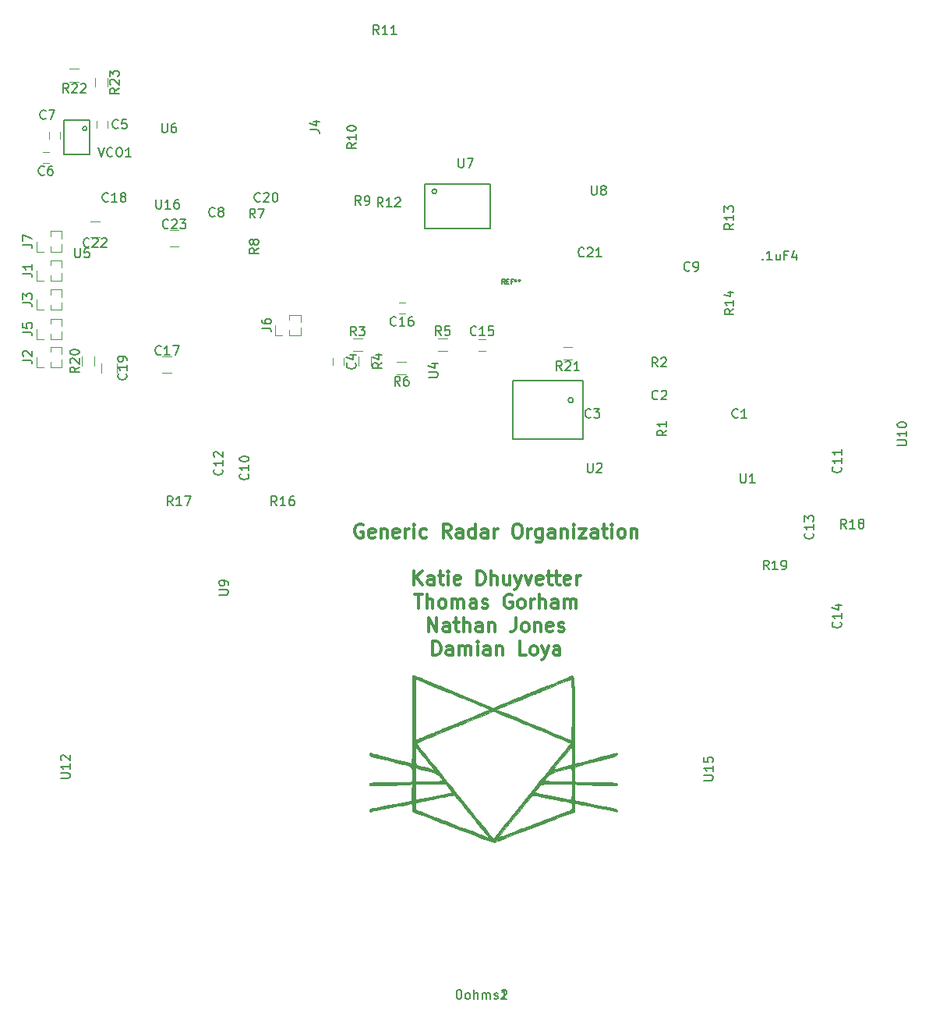
<source format=gto>
G04 #@! TF.FileFunction,Legend,Top*
%FSLAX46Y46*%
G04 Gerber Fmt 4.6, Leading zero omitted, Abs format (unit mm)*
G04 Created by KiCad (PCBNEW 4.0.7) date 11/10/17 16:01:10*
%MOMM*%
%LPD*%
G01*
G04 APERTURE LIST*
%ADD10C,0.100000*%
%ADD11C,0.300000*%
%ADD12C,0.150000*%
%ADD13C,0.120000*%
%ADD14C,0.010000*%
%ADD15C,0.127000*%
G04 APERTURE END LIST*
D10*
D11*
X119624700Y-111137400D02*
X119481843Y-111065971D01*
X119267557Y-111065971D01*
X119053272Y-111137400D01*
X118910414Y-111280257D01*
X118838986Y-111423114D01*
X118767557Y-111708829D01*
X118767557Y-111923114D01*
X118838986Y-112208829D01*
X118910414Y-112351686D01*
X119053272Y-112494543D01*
X119267557Y-112565971D01*
X119410414Y-112565971D01*
X119624700Y-112494543D01*
X119696129Y-112423114D01*
X119696129Y-111923114D01*
X119410414Y-111923114D01*
X120910414Y-112494543D02*
X120767557Y-112565971D01*
X120481843Y-112565971D01*
X120338986Y-112494543D01*
X120267557Y-112351686D01*
X120267557Y-111780257D01*
X120338986Y-111637400D01*
X120481843Y-111565971D01*
X120767557Y-111565971D01*
X120910414Y-111637400D01*
X120981843Y-111780257D01*
X120981843Y-111923114D01*
X120267557Y-112065971D01*
X121624700Y-111565971D02*
X121624700Y-112565971D01*
X121624700Y-111708829D02*
X121696128Y-111637400D01*
X121838986Y-111565971D01*
X122053271Y-111565971D01*
X122196128Y-111637400D01*
X122267557Y-111780257D01*
X122267557Y-112565971D01*
X123553271Y-112494543D02*
X123410414Y-112565971D01*
X123124700Y-112565971D01*
X122981843Y-112494543D01*
X122910414Y-112351686D01*
X122910414Y-111780257D01*
X122981843Y-111637400D01*
X123124700Y-111565971D01*
X123410414Y-111565971D01*
X123553271Y-111637400D01*
X123624700Y-111780257D01*
X123624700Y-111923114D01*
X122910414Y-112065971D01*
X124267557Y-112565971D02*
X124267557Y-111565971D01*
X124267557Y-111851686D02*
X124338985Y-111708829D01*
X124410414Y-111637400D01*
X124553271Y-111565971D01*
X124696128Y-111565971D01*
X125196128Y-112565971D02*
X125196128Y-111565971D01*
X125196128Y-111065971D02*
X125124699Y-111137400D01*
X125196128Y-111208829D01*
X125267556Y-111137400D01*
X125196128Y-111065971D01*
X125196128Y-111208829D01*
X126553271Y-112494543D02*
X126410414Y-112565971D01*
X126124700Y-112565971D01*
X125981842Y-112494543D01*
X125910414Y-112423114D01*
X125838985Y-112280257D01*
X125838985Y-111851686D01*
X125910414Y-111708829D01*
X125981842Y-111637400D01*
X126124700Y-111565971D01*
X126410414Y-111565971D01*
X126553271Y-111637400D01*
X129196128Y-112565971D02*
X128696128Y-111851686D01*
X128338985Y-112565971D02*
X128338985Y-111065971D01*
X128910413Y-111065971D01*
X129053271Y-111137400D01*
X129124699Y-111208829D01*
X129196128Y-111351686D01*
X129196128Y-111565971D01*
X129124699Y-111708829D01*
X129053271Y-111780257D01*
X128910413Y-111851686D01*
X128338985Y-111851686D01*
X130481842Y-112565971D02*
X130481842Y-111780257D01*
X130410413Y-111637400D01*
X130267556Y-111565971D01*
X129981842Y-111565971D01*
X129838985Y-111637400D01*
X130481842Y-112494543D02*
X130338985Y-112565971D01*
X129981842Y-112565971D01*
X129838985Y-112494543D01*
X129767556Y-112351686D01*
X129767556Y-112208829D01*
X129838985Y-112065971D01*
X129981842Y-111994543D01*
X130338985Y-111994543D01*
X130481842Y-111923114D01*
X131838985Y-112565971D02*
X131838985Y-111065971D01*
X131838985Y-112494543D02*
X131696128Y-112565971D01*
X131410414Y-112565971D01*
X131267556Y-112494543D01*
X131196128Y-112423114D01*
X131124699Y-112280257D01*
X131124699Y-111851686D01*
X131196128Y-111708829D01*
X131267556Y-111637400D01*
X131410414Y-111565971D01*
X131696128Y-111565971D01*
X131838985Y-111637400D01*
X133196128Y-112565971D02*
X133196128Y-111780257D01*
X133124699Y-111637400D01*
X132981842Y-111565971D01*
X132696128Y-111565971D01*
X132553271Y-111637400D01*
X133196128Y-112494543D02*
X133053271Y-112565971D01*
X132696128Y-112565971D01*
X132553271Y-112494543D01*
X132481842Y-112351686D01*
X132481842Y-112208829D01*
X132553271Y-112065971D01*
X132696128Y-111994543D01*
X133053271Y-111994543D01*
X133196128Y-111923114D01*
X133910414Y-112565971D02*
X133910414Y-111565971D01*
X133910414Y-111851686D02*
X133981842Y-111708829D01*
X134053271Y-111637400D01*
X134196128Y-111565971D01*
X134338985Y-111565971D01*
X136267556Y-111065971D02*
X136553270Y-111065971D01*
X136696128Y-111137400D01*
X136838985Y-111280257D01*
X136910413Y-111565971D01*
X136910413Y-112065971D01*
X136838985Y-112351686D01*
X136696128Y-112494543D01*
X136553270Y-112565971D01*
X136267556Y-112565971D01*
X136124699Y-112494543D01*
X135981842Y-112351686D01*
X135910413Y-112065971D01*
X135910413Y-111565971D01*
X135981842Y-111280257D01*
X136124699Y-111137400D01*
X136267556Y-111065971D01*
X137553271Y-112565971D02*
X137553271Y-111565971D01*
X137553271Y-111851686D02*
X137624699Y-111708829D01*
X137696128Y-111637400D01*
X137838985Y-111565971D01*
X137981842Y-111565971D01*
X139124699Y-111565971D02*
X139124699Y-112780257D01*
X139053270Y-112923114D01*
X138981842Y-112994543D01*
X138838985Y-113065971D01*
X138624699Y-113065971D01*
X138481842Y-112994543D01*
X139124699Y-112494543D02*
X138981842Y-112565971D01*
X138696128Y-112565971D01*
X138553270Y-112494543D01*
X138481842Y-112423114D01*
X138410413Y-112280257D01*
X138410413Y-111851686D01*
X138481842Y-111708829D01*
X138553270Y-111637400D01*
X138696128Y-111565971D01*
X138981842Y-111565971D01*
X139124699Y-111637400D01*
X140481842Y-112565971D02*
X140481842Y-111780257D01*
X140410413Y-111637400D01*
X140267556Y-111565971D01*
X139981842Y-111565971D01*
X139838985Y-111637400D01*
X140481842Y-112494543D02*
X140338985Y-112565971D01*
X139981842Y-112565971D01*
X139838985Y-112494543D01*
X139767556Y-112351686D01*
X139767556Y-112208829D01*
X139838985Y-112065971D01*
X139981842Y-111994543D01*
X140338985Y-111994543D01*
X140481842Y-111923114D01*
X141196128Y-111565971D02*
X141196128Y-112565971D01*
X141196128Y-111708829D02*
X141267556Y-111637400D01*
X141410414Y-111565971D01*
X141624699Y-111565971D01*
X141767556Y-111637400D01*
X141838985Y-111780257D01*
X141838985Y-112565971D01*
X142553271Y-112565971D02*
X142553271Y-111565971D01*
X142553271Y-111065971D02*
X142481842Y-111137400D01*
X142553271Y-111208829D01*
X142624699Y-111137400D01*
X142553271Y-111065971D01*
X142553271Y-111208829D01*
X143124700Y-111565971D02*
X143910414Y-111565971D01*
X143124700Y-112565971D01*
X143910414Y-112565971D01*
X145124700Y-112565971D02*
X145124700Y-111780257D01*
X145053271Y-111637400D01*
X144910414Y-111565971D01*
X144624700Y-111565971D01*
X144481843Y-111637400D01*
X145124700Y-112494543D02*
X144981843Y-112565971D01*
X144624700Y-112565971D01*
X144481843Y-112494543D01*
X144410414Y-112351686D01*
X144410414Y-112208829D01*
X144481843Y-112065971D01*
X144624700Y-111994543D01*
X144981843Y-111994543D01*
X145124700Y-111923114D01*
X145624700Y-111565971D02*
X146196129Y-111565971D01*
X145838986Y-111065971D02*
X145838986Y-112351686D01*
X145910414Y-112494543D01*
X146053272Y-112565971D01*
X146196129Y-112565971D01*
X146696129Y-112565971D02*
X146696129Y-111565971D01*
X146696129Y-111065971D02*
X146624700Y-111137400D01*
X146696129Y-111208829D01*
X146767557Y-111137400D01*
X146696129Y-111065971D01*
X146696129Y-111208829D01*
X147624701Y-112565971D02*
X147481843Y-112494543D01*
X147410415Y-112423114D01*
X147338986Y-112280257D01*
X147338986Y-111851686D01*
X147410415Y-111708829D01*
X147481843Y-111637400D01*
X147624701Y-111565971D01*
X147838986Y-111565971D01*
X147981843Y-111637400D01*
X148053272Y-111708829D01*
X148124701Y-111851686D01*
X148124701Y-112280257D01*
X148053272Y-112423114D01*
X147981843Y-112494543D01*
X147838986Y-112565971D01*
X147624701Y-112565971D01*
X148767558Y-111565971D02*
X148767558Y-112565971D01*
X148767558Y-111708829D02*
X148838986Y-111637400D01*
X148981844Y-111565971D01*
X149196129Y-111565971D01*
X149338986Y-111637400D01*
X149410415Y-111780257D01*
X149410415Y-112565971D01*
X125196129Y-117665971D02*
X125196129Y-116165971D01*
X126053272Y-117665971D02*
X125410415Y-116808829D01*
X126053272Y-116165971D02*
X125196129Y-117023114D01*
X127338986Y-117665971D02*
X127338986Y-116880257D01*
X127267557Y-116737400D01*
X127124700Y-116665971D01*
X126838986Y-116665971D01*
X126696129Y-116737400D01*
X127338986Y-117594543D02*
X127196129Y-117665971D01*
X126838986Y-117665971D01*
X126696129Y-117594543D01*
X126624700Y-117451686D01*
X126624700Y-117308829D01*
X126696129Y-117165971D01*
X126838986Y-117094543D01*
X127196129Y-117094543D01*
X127338986Y-117023114D01*
X127838986Y-116665971D02*
X128410415Y-116665971D01*
X128053272Y-116165971D02*
X128053272Y-117451686D01*
X128124700Y-117594543D01*
X128267558Y-117665971D01*
X128410415Y-117665971D01*
X128910415Y-117665971D02*
X128910415Y-116665971D01*
X128910415Y-116165971D02*
X128838986Y-116237400D01*
X128910415Y-116308829D01*
X128981843Y-116237400D01*
X128910415Y-116165971D01*
X128910415Y-116308829D01*
X130196129Y-117594543D02*
X130053272Y-117665971D01*
X129767558Y-117665971D01*
X129624701Y-117594543D01*
X129553272Y-117451686D01*
X129553272Y-116880257D01*
X129624701Y-116737400D01*
X129767558Y-116665971D01*
X130053272Y-116665971D01*
X130196129Y-116737400D01*
X130267558Y-116880257D01*
X130267558Y-117023114D01*
X129553272Y-117165971D01*
X132053272Y-117665971D02*
X132053272Y-116165971D01*
X132410415Y-116165971D01*
X132624700Y-116237400D01*
X132767558Y-116380257D01*
X132838986Y-116523114D01*
X132910415Y-116808829D01*
X132910415Y-117023114D01*
X132838986Y-117308829D01*
X132767558Y-117451686D01*
X132624700Y-117594543D01*
X132410415Y-117665971D01*
X132053272Y-117665971D01*
X133553272Y-117665971D02*
X133553272Y-116165971D01*
X134196129Y-117665971D02*
X134196129Y-116880257D01*
X134124700Y-116737400D01*
X133981843Y-116665971D01*
X133767558Y-116665971D01*
X133624700Y-116737400D01*
X133553272Y-116808829D01*
X135553272Y-116665971D02*
X135553272Y-117665971D01*
X134910415Y-116665971D02*
X134910415Y-117451686D01*
X134981843Y-117594543D01*
X135124701Y-117665971D01*
X135338986Y-117665971D01*
X135481843Y-117594543D01*
X135553272Y-117523114D01*
X136124701Y-116665971D02*
X136481844Y-117665971D01*
X136838986Y-116665971D02*
X136481844Y-117665971D01*
X136338986Y-118023114D01*
X136267558Y-118094543D01*
X136124701Y-118165971D01*
X137267558Y-116665971D02*
X137624701Y-117665971D01*
X137981843Y-116665971D01*
X139124700Y-117594543D02*
X138981843Y-117665971D01*
X138696129Y-117665971D01*
X138553272Y-117594543D01*
X138481843Y-117451686D01*
X138481843Y-116880257D01*
X138553272Y-116737400D01*
X138696129Y-116665971D01*
X138981843Y-116665971D01*
X139124700Y-116737400D01*
X139196129Y-116880257D01*
X139196129Y-117023114D01*
X138481843Y-117165971D01*
X139624700Y-116665971D02*
X140196129Y-116665971D01*
X139838986Y-116165971D02*
X139838986Y-117451686D01*
X139910414Y-117594543D01*
X140053272Y-117665971D01*
X140196129Y-117665971D01*
X140481843Y-116665971D02*
X141053272Y-116665971D01*
X140696129Y-116165971D02*
X140696129Y-117451686D01*
X140767557Y-117594543D01*
X140910415Y-117665971D01*
X141053272Y-117665971D01*
X142124700Y-117594543D02*
X141981843Y-117665971D01*
X141696129Y-117665971D01*
X141553272Y-117594543D01*
X141481843Y-117451686D01*
X141481843Y-116880257D01*
X141553272Y-116737400D01*
X141696129Y-116665971D01*
X141981843Y-116665971D01*
X142124700Y-116737400D01*
X142196129Y-116880257D01*
X142196129Y-117023114D01*
X141481843Y-117165971D01*
X142838986Y-117665971D02*
X142838986Y-116665971D01*
X142838986Y-116951686D02*
X142910414Y-116808829D01*
X142981843Y-116737400D01*
X143124700Y-116665971D01*
X143267557Y-116665971D01*
X125231843Y-118715971D02*
X126088986Y-118715971D01*
X125660415Y-120215971D02*
X125660415Y-118715971D01*
X126588986Y-120215971D02*
X126588986Y-118715971D01*
X127231843Y-120215971D02*
X127231843Y-119430257D01*
X127160414Y-119287400D01*
X127017557Y-119215971D01*
X126803272Y-119215971D01*
X126660414Y-119287400D01*
X126588986Y-119358829D01*
X128160415Y-120215971D02*
X128017557Y-120144543D01*
X127946129Y-120073114D01*
X127874700Y-119930257D01*
X127874700Y-119501686D01*
X127946129Y-119358829D01*
X128017557Y-119287400D01*
X128160415Y-119215971D01*
X128374700Y-119215971D01*
X128517557Y-119287400D01*
X128588986Y-119358829D01*
X128660415Y-119501686D01*
X128660415Y-119930257D01*
X128588986Y-120073114D01*
X128517557Y-120144543D01*
X128374700Y-120215971D01*
X128160415Y-120215971D01*
X129303272Y-120215971D02*
X129303272Y-119215971D01*
X129303272Y-119358829D02*
X129374700Y-119287400D01*
X129517558Y-119215971D01*
X129731843Y-119215971D01*
X129874700Y-119287400D01*
X129946129Y-119430257D01*
X129946129Y-120215971D01*
X129946129Y-119430257D02*
X130017558Y-119287400D01*
X130160415Y-119215971D01*
X130374700Y-119215971D01*
X130517558Y-119287400D01*
X130588986Y-119430257D01*
X130588986Y-120215971D01*
X131946129Y-120215971D02*
X131946129Y-119430257D01*
X131874700Y-119287400D01*
X131731843Y-119215971D01*
X131446129Y-119215971D01*
X131303272Y-119287400D01*
X131946129Y-120144543D02*
X131803272Y-120215971D01*
X131446129Y-120215971D01*
X131303272Y-120144543D01*
X131231843Y-120001686D01*
X131231843Y-119858829D01*
X131303272Y-119715971D01*
X131446129Y-119644543D01*
X131803272Y-119644543D01*
X131946129Y-119573114D01*
X132588986Y-120144543D02*
X132731843Y-120215971D01*
X133017558Y-120215971D01*
X133160415Y-120144543D01*
X133231843Y-120001686D01*
X133231843Y-119930257D01*
X133160415Y-119787400D01*
X133017558Y-119715971D01*
X132803272Y-119715971D01*
X132660415Y-119644543D01*
X132588986Y-119501686D01*
X132588986Y-119430257D01*
X132660415Y-119287400D01*
X132803272Y-119215971D01*
X133017558Y-119215971D01*
X133160415Y-119287400D01*
X135803272Y-118787400D02*
X135660415Y-118715971D01*
X135446129Y-118715971D01*
X135231844Y-118787400D01*
X135088986Y-118930257D01*
X135017558Y-119073114D01*
X134946129Y-119358829D01*
X134946129Y-119573114D01*
X135017558Y-119858829D01*
X135088986Y-120001686D01*
X135231844Y-120144543D01*
X135446129Y-120215971D01*
X135588986Y-120215971D01*
X135803272Y-120144543D01*
X135874701Y-120073114D01*
X135874701Y-119573114D01*
X135588986Y-119573114D01*
X136731844Y-120215971D02*
X136588986Y-120144543D01*
X136517558Y-120073114D01*
X136446129Y-119930257D01*
X136446129Y-119501686D01*
X136517558Y-119358829D01*
X136588986Y-119287400D01*
X136731844Y-119215971D01*
X136946129Y-119215971D01*
X137088986Y-119287400D01*
X137160415Y-119358829D01*
X137231844Y-119501686D01*
X137231844Y-119930257D01*
X137160415Y-120073114D01*
X137088986Y-120144543D01*
X136946129Y-120215971D01*
X136731844Y-120215971D01*
X137874701Y-120215971D02*
X137874701Y-119215971D01*
X137874701Y-119501686D02*
X137946129Y-119358829D01*
X138017558Y-119287400D01*
X138160415Y-119215971D01*
X138303272Y-119215971D01*
X138803272Y-120215971D02*
X138803272Y-118715971D01*
X139446129Y-120215971D02*
X139446129Y-119430257D01*
X139374700Y-119287400D01*
X139231843Y-119215971D01*
X139017558Y-119215971D01*
X138874700Y-119287400D01*
X138803272Y-119358829D01*
X140803272Y-120215971D02*
X140803272Y-119430257D01*
X140731843Y-119287400D01*
X140588986Y-119215971D01*
X140303272Y-119215971D01*
X140160415Y-119287400D01*
X140803272Y-120144543D02*
X140660415Y-120215971D01*
X140303272Y-120215971D01*
X140160415Y-120144543D01*
X140088986Y-120001686D01*
X140088986Y-119858829D01*
X140160415Y-119715971D01*
X140303272Y-119644543D01*
X140660415Y-119644543D01*
X140803272Y-119573114D01*
X141517558Y-120215971D02*
X141517558Y-119215971D01*
X141517558Y-119358829D02*
X141588986Y-119287400D01*
X141731844Y-119215971D01*
X141946129Y-119215971D01*
X142088986Y-119287400D01*
X142160415Y-119430257D01*
X142160415Y-120215971D01*
X142160415Y-119430257D02*
X142231844Y-119287400D01*
X142374701Y-119215971D01*
X142588986Y-119215971D01*
X142731844Y-119287400D01*
X142803272Y-119430257D01*
X142803272Y-120215971D01*
X126803271Y-122765971D02*
X126803271Y-121265971D01*
X127660414Y-122765971D01*
X127660414Y-121265971D01*
X129017557Y-122765971D02*
X129017557Y-121980257D01*
X128946128Y-121837400D01*
X128803271Y-121765971D01*
X128517557Y-121765971D01*
X128374700Y-121837400D01*
X129017557Y-122694543D02*
X128874700Y-122765971D01*
X128517557Y-122765971D01*
X128374700Y-122694543D01*
X128303271Y-122551686D01*
X128303271Y-122408829D01*
X128374700Y-122265971D01*
X128517557Y-122194543D01*
X128874700Y-122194543D01*
X129017557Y-122123114D01*
X129517557Y-121765971D02*
X130088986Y-121765971D01*
X129731843Y-121265971D02*
X129731843Y-122551686D01*
X129803271Y-122694543D01*
X129946129Y-122765971D01*
X130088986Y-122765971D01*
X130588986Y-122765971D02*
X130588986Y-121265971D01*
X131231843Y-122765971D02*
X131231843Y-121980257D01*
X131160414Y-121837400D01*
X131017557Y-121765971D01*
X130803272Y-121765971D01*
X130660414Y-121837400D01*
X130588986Y-121908829D01*
X132588986Y-122765971D02*
X132588986Y-121980257D01*
X132517557Y-121837400D01*
X132374700Y-121765971D01*
X132088986Y-121765971D01*
X131946129Y-121837400D01*
X132588986Y-122694543D02*
X132446129Y-122765971D01*
X132088986Y-122765971D01*
X131946129Y-122694543D01*
X131874700Y-122551686D01*
X131874700Y-122408829D01*
X131946129Y-122265971D01*
X132088986Y-122194543D01*
X132446129Y-122194543D01*
X132588986Y-122123114D01*
X133303272Y-121765971D02*
X133303272Y-122765971D01*
X133303272Y-121908829D02*
X133374700Y-121837400D01*
X133517558Y-121765971D01*
X133731843Y-121765971D01*
X133874700Y-121837400D01*
X133946129Y-121980257D01*
X133946129Y-122765971D01*
X136231843Y-121265971D02*
X136231843Y-122337400D01*
X136160415Y-122551686D01*
X136017558Y-122694543D01*
X135803272Y-122765971D01*
X135660415Y-122765971D01*
X137160415Y-122765971D02*
X137017557Y-122694543D01*
X136946129Y-122623114D01*
X136874700Y-122480257D01*
X136874700Y-122051686D01*
X136946129Y-121908829D01*
X137017557Y-121837400D01*
X137160415Y-121765971D01*
X137374700Y-121765971D01*
X137517557Y-121837400D01*
X137588986Y-121908829D01*
X137660415Y-122051686D01*
X137660415Y-122480257D01*
X137588986Y-122623114D01*
X137517557Y-122694543D01*
X137374700Y-122765971D01*
X137160415Y-122765971D01*
X138303272Y-121765971D02*
X138303272Y-122765971D01*
X138303272Y-121908829D02*
X138374700Y-121837400D01*
X138517558Y-121765971D01*
X138731843Y-121765971D01*
X138874700Y-121837400D01*
X138946129Y-121980257D01*
X138946129Y-122765971D01*
X140231843Y-122694543D02*
X140088986Y-122765971D01*
X139803272Y-122765971D01*
X139660415Y-122694543D01*
X139588986Y-122551686D01*
X139588986Y-121980257D01*
X139660415Y-121837400D01*
X139803272Y-121765971D01*
X140088986Y-121765971D01*
X140231843Y-121837400D01*
X140303272Y-121980257D01*
X140303272Y-122123114D01*
X139588986Y-122265971D01*
X140874700Y-122694543D02*
X141017557Y-122765971D01*
X141303272Y-122765971D01*
X141446129Y-122694543D01*
X141517557Y-122551686D01*
X141517557Y-122480257D01*
X141446129Y-122337400D01*
X141303272Y-122265971D01*
X141088986Y-122265971D01*
X140946129Y-122194543D01*
X140874700Y-122051686D01*
X140874700Y-121980257D01*
X140946129Y-121837400D01*
X141088986Y-121765971D01*
X141303272Y-121765971D01*
X141446129Y-121837400D01*
X127231843Y-125315971D02*
X127231843Y-123815971D01*
X127588986Y-123815971D01*
X127803271Y-123887400D01*
X127946129Y-124030257D01*
X128017557Y-124173114D01*
X128088986Y-124458829D01*
X128088986Y-124673114D01*
X128017557Y-124958829D01*
X127946129Y-125101686D01*
X127803271Y-125244543D01*
X127588986Y-125315971D01*
X127231843Y-125315971D01*
X129374700Y-125315971D02*
X129374700Y-124530257D01*
X129303271Y-124387400D01*
X129160414Y-124315971D01*
X128874700Y-124315971D01*
X128731843Y-124387400D01*
X129374700Y-125244543D02*
X129231843Y-125315971D01*
X128874700Y-125315971D01*
X128731843Y-125244543D01*
X128660414Y-125101686D01*
X128660414Y-124958829D01*
X128731843Y-124815971D01*
X128874700Y-124744543D01*
X129231843Y-124744543D01*
X129374700Y-124673114D01*
X130088986Y-125315971D02*
X130088986Y-124315971D01*
X130088986Y-124458829D02*
X130160414Y-124387400D01*
X130303272Y-124315971D01*
X130517557Y-124315971D01*
X130660414Y-124387400D01*
X130731843Y-124530257D01*
X130731843Y-125315971D01*
X130731843Y-124530257D02*
X130803272Y-124387400D01*
X130946129Y-124315971D01*
X131160414Y-124315971D01*
X131303272Y-124387400D01*
X131374700Y-124530257D01*
X131374700Y-125315971D01*
X132088986Y-125315971D02*
X132088986Y-124315971D01*
X132088986Y-123815971D02*
X132017557Y-123887400D01*
X132088986Y-123958829D01*
X132160414Y-123887400D01*
X132088986Y-123815971D01*
X132088986Y-123958829D01*
X133446129Y-125315971D02*
X133446129Y-124530257D01*
X133374700Y-124387400D01*
X133231843Y-124315971D01*
X132946129Y-124315971D01*
X132803272Y-124387400D01*
X133446129Y-125244543D02*
X133303272Y-125315971D01*
X132946129Y-125315971D01*
X132803272Y-125244543D01*
X132731843Y-125101686D01*
X132731843Y-124958829D01*
X132803272Y-124815971D01*
X132946129Y-124744543D01*
X133303272Y-124744543D01*
X133446129Y-124673114D01*
X134160415Y-124315971D02*
X134160415Y-125315971D01*
X134160415Y-124458829D02*
X134231843Y-124387400D01*
X134374701Y-124315971D01*
X134588986Y-124315971D01*
X134731843Y-124387400D01*
X134803272Y-124530257D01*
X134803272Y-125315971D01*
X137374701Y-125315971D02*
X136660415Y-125315971D01*
X136660415Y-123815971D01*
X138088987Y-125315971D02*
X137946129Y-125244543D01*
X137874701Y-125173114D01*
X137803272Y-125030257D01*
X137803272Y-124601686D01*
X137874701Y-124458829D01*
X137946129Y-124387400D01*
X138088987Y-124315971D01*
X138303272Y-124315971D01*
X138446129Y-124387400D01*
X138517558Y-124458829D01*
X138588987Y-124601686D01*
X138588987Y-125030257D01*
X138517558Y-125173114D01*
X138446129Y-125244543D01*
X138303272Y-125315971D01*
X138088987Y-125315971D01*
X139088987Y-124315971D02*
X139446130Y-125315971D01*
X139803272Y-124315971D02*
X139446130Y-125315971D01*
X139303272Y-125673114D01*
X139231844Y-125744543D01*
X139088987Y-125815971D01*
X141017558Y-125315971D02*
X141017558Y-124530257D01*
X140946129Y-124387400D01*
X140803272Y-124315971D01*
X140517558Y-124315971D01*
X140374701Y-124387400D01*
X141017558Y-125244543D02*
X140874701Y-125315971D01*
X140517558Y-125315971D01*
X140374701Y-125244543D01*
X140303272Y-125101686D01*
X140303272Y-124958829D01*
X140374701Y-124815971D01*
X140517558Y-124744543D01*
X140874701Y-124744543D01*
X141017558Y-124673114D01*
D12*
X89649785Y-68135500D02*
G75*
G03X89649785Y-68135500I-227185J0D01*
G01*
X89906600Y-67229100D02*
X87156600Y-67229100D01*
X87156600Y-67229100D02*
X87156600Y-70979100D01*
X87156600Y-70979100D02*
X89906600Y-70979100D01*
X89906600Y-70979100D02*
X89906600Y-67229100D01*
X127649600Y-74955400D02*
G75*
G03X127649600Y-74955400I-254000J0D01*
G01*
X126379600Y-74193400D02*
X133491600Y-74193400D01*
X133491600Y-74193400D02*
X133491600Y-79019400D01*
X133491600Y-79019400D02*
X126379600Y-79019400D01*
X126379600Y-79019400D02*
X126379600Y-74193400D01*
X142484352Y-97624900D02*
G75*
G03X142484352Y-97624900I-280552J0D01*
G01*
X143524600Y-101841300D02*
X139714600Y-101841300D01*
X135904600Y-98666300D02*
X135904600Y-95491300D01*
X135904600Y-95491300D02*
X139714600Y-95491300D01*
X139714600Y-95491300D02*
X143524600Y-95491300D01*
X143524600Y-95491300D02*
X143524600Y-101841300D01*
X143524600Y-101841300D02*
X139714600Y-101841300D01*
X139714600Y-101841300D02*
X135904600Y-101841300D01*
X135904600Y-101841300D02*
X135904600Y-98666300D01*
D13*
X119121000Y-93895800D02*
X119121000Y-92895800D01*
X120481000Y-92895800D02*
X120481000Y-93895800D01*
X128810000Y-92272400D02*
X127810000Y-92272400D01*
X127810000Y-90912400D02*
X128810000Y-90912400D01*
X123335943Y-93485200D02*
X124335943Y-93485200D01*
X124335943Y-94845200D02*
X123335943Y-94845200D01*
X90676800Y-68028300D02*
X90676800Y-67328300D01*
X91876800Y-67328300D02*
X91876800Y-68028300D01*
X84830800Y-70659700D02*
X85530800Y-70659700D01*
X85530800Y-71859700D02*
X84830800Y-71859700D01*
X86746000Y-68522100D02*
X86746000Y-69222100D01*
X85546000Y-69222100D02*
X85546000Y-68522100D01*
X116316600Y-93776276D02*
X116316600Y-93076276D01*
X117516600Y-93076276D02*
X117516600Y-93776276D01*
X132922124Y-92249800D02*
X132222124Y-92249800D01*
X132222124Y-91049800D02*
X132922124Y-91049800D01*
X123516124Y-87015800D02*
X124216124Y-87015800D01*
X124216124Y-88215800D02*
X123516124Y-88215800D01*
X119533743Y-92309800D02*
X118533743Y-92309800D01*
X118533743Y-90949800D02*
X119533743Y-90949800D01*
X98840540Y-92919180D02*
X97840540Y-92919180D01*
X97840540Y-94619180D02*
X98840540Y-94619180D01*
X92888800Y-94624780D02*
X92888800Y-93624780D01*
X91188800Y-93624780D02*
X91188800Y-94624780D01*
X86891800Y-84650600D02*
X86891800Y-83848130D01*
X86891800Y-83233070D02*
X86891800Y-82430600D01*
X85686800Y-84650600D02*
X86891800Y-84650600D01*
X85686800Y-82430600D02*
X86891800Y-82430600D01*
X85686800Y-84650600D02*
X85686800Y-84104071D01*
X85686800Y-82977129D02*
X85686800Y-82430600D01*
X84926800Y-84650600D02*
X84166800Y-84650600D01*
X84166800Y-84650600D02*
X84166800Y-83540600D01*
X86891800Y-94048600D02*
X86891800Y-93246130D01*
X86891800Y-92631070D02*
X86891800Y-91828600D01*
X85686800Y-94048600D02*
X86891800Y-94048600D01*
X85686800Y-91828600D02*
X86891800Y-91828600D01*
X85686800Y-94048600D02*
X85686800Y-93502071D01*
X85686800Y-92375129D02*
X85686800Y-91828600D01*
X84926800Y-94048600D02*
X84166800Y-94048600D01*
X84166800Y-94048600D02*
X84166800Y-92938600D01*
X86891800Y-87825600D02*
X86891800Y-87023130D01*
X86891800Y-86408070D02*
X86891800Y-85605600D01*
X85686800Y-87825600D02*
X86891800Y-87825600D01*
X85686800Y-85605600D02*
X86891800Y-85605600D01*
X85686800Y-87825600D02*
X85686800Y-87279071D01*
X85686800Y-86152129D02*
X85686800Y-85605600D01*
X84926800Y-87825600D02*
X84166800Y-87825600D01*
X84166800Y-87825600D02*
X84166800Y-86715600D01*
X86891800Y-91000600D02*
X86891800Y-90198130D01*
X86891800Y-89583070D02*
X86891800Y-88780600D01*
X85686800Y-91000600D02*
X86891800Y-91000600D01*
X85686800Y-88780600D02*
X86891800Y-88780600D01*
X85686800Y-91000600D02*
X85686800Y-90454071D01*
X85686800Y-89327129D02*
X85686800Y-88780600D01*
X84926800Y-91000600D02*
X84166800Y-91000600D01*
X84166800Y-91000600D02*
X84166800Y-89890600D01*
X90478520Y-92880560D02*
X90478520Y-93880560D01*
X89118520Y-93880560D02*
X89118520Y-92880560D01*
X112845520Y-90568800D02*
X112845520Y-89766330D01*
X112845520Y-89151270D02*
X112845520Y-88348800D01*
X111640520Y-90568800D02*
X112845520Y-90568800D01*
X111640520Y-88348800D02*
X112845520Y-88348800D01*
X111640520Y-90568800D02*
X111640520Y-90022271D01*
X111640520Y-88895329D02*
X111640520Y-88348800D01*
X110880520Y-90568800D02*
X110120520Y-90568800D01*
X110120520Y-90568800D02*
X110120520Y-89458800D01*
X86907040Y-81506080D02*
X86907040Y-80703610D01*
X86907040Y-80088550D02*
X86907040Y-79286080D01*
X85702040Y-81506080D02*
X86907040Y-81506080D01*
X85702040Y-79286080D02*
X86907040Y-79286080D01*
X85702040Y-81506080D02*
X85702040Y-80959551D01*
X85702040Y-79832609D02*
X85702040Y-79286080D01*
X84942040Y-81506080D02*
X84182040Y-81506080D01*
X84182040Y-81506080D02*
X84182040Y-80396080D01*
X90025600Y-79920200D02*
X91025600Y-79920200D01*
X91025600Y-78220200D02*
X90025600Y-78220200D01*
X99623500Y-79198100D02*
X98623500Y-79198100D01*
X98623500Y-80898100D02*
X99623500Y-80898100D01*
X141384400Y-91826800D02*
X142384400Y-91826800D01*
X142384400Y-93186800D02*
X141384400Y-93186800D01*
X87777700Y-61677000D02*
X88777700Y-61677000D01*
X88777700Y-63037000D02*
X87777700Y-63037000D01*
X90544100Y-63619000D02*
X90544100Y-62619000D01*
X91904100Y-62619000D02*
X91904100Y-63619000D01*
D14*
G36*
X142424753Y-127564594D02*
X142474184Y-127661622D01*
X142511579Y-127827882D01*
X142538581Y-128075359D01*
X142556837Y-128416038D01*
X142567993Y-128861902D01*
X142573694Y-129424937D01*
X142575587Y-130117126D01*
X142575316Y-130950454D01*
X142574527Y-131936905D01*
X142574433Y-132322703D01*
X142574433Y-137116240D01*
X142764933Y-137070226D01*
X142941980Y-137028125D01*
X143223135Y-136961954D01*
X143547583Y-136886025D01*
X143548100Y-136885905D01*
X143868792Y-136806451D01*
X144142029Y-136730580D01*
X144309145Y-136674592D01*
X144310100Y-136674180D01*
X144455599Y-136625578D01*
X144726888Y-136547391D01*
X145085302Y-136450377D01*
X145492172Y-136345291D01*
X145495433Y-136344468D01*
X145918284Y-136236678D01*
X146308592Y-136135168D01*
X146621712Y-136051673D01*
X146807208Y-135999670D01*
X147053957Y-135931737D01*
X147180130Y-135923843D01*
X147225719Y-135982253D01*
X147231100Y-136066090D01*
X147194377Y-136160210D01*
X147063766Y-136239042D01*
X146808599Y-136318056D01*
X146659600Y-136354390D01*
X146275957Y-136447333D01*
X145875740Y-136549553D01*
X145622433Y-136617751D01*
X145295755Y-136707586D01*
X144894399Y-136816078D01*
X144521767Y-136915362D01*
X144092280Y-137028817D01*
X143787386Y-137109800D01*
X143567945Y-137169032D01*
X143394818Y-137217233D01*
X143228864Y-137265121D01*
X143030943Y-137323418D01*
X143018933Y-137326968D01*
X142574433Y-137458347D01*
X142574433Y-139021677D01*
X142891933Y-139074157D01*
X143066048Y-139089148D01*
X143381080Y-139102550D01*
X143808615Y-139113713D01*
X144320240Y-139121984D01*
X144887542Y-139126711D01*
X145220267Y-139127568D01*
X145853723Y-139128285D01*
X146337897Y-139130945D01*
X146692840Y-139137300D01*
X146938604Y-139149106D01*
X147095239Y-139168117D01*
X147182797Y-139196087D01*
X147221329Y-139234771D01*
X147230885Y-139285923D01*
X147231100Y-139303504D01*
X147226655Y-139360658D01*
X147199355Y-139403090D01*
X147128255Y-139432220D01*
X146992408Y-139449463D01*
X146770868Y-139456239D01*
X146442688Y-139453964D01*
X145986923Y-139444056D01*
X145389600Y-139428123D01*
X144813524Y-139410929D01*
X144263507Y-139391882D01*
X143773187Y-139372348D01*
X143376203Y-139353692D01*
X143106193Y-139337282D01*
X143061267Y-139333581D01*
X142574433Y-139289425D01*
X142574433Y-140181016D01*
X142571614Y-140578897D01*
X142581057Y-140841792D01*
X142629616Y-141003419D01*
X142744142Y-141097496D01*
X142951487Y-141157740D01*
X143278503Y-141217871D01*
X143421100Y-141244162D01*
X143759312Y-141310403D01*
X144164438Y-141392831D01*
X144479433Y-141458900D01*
X144864416Y-141537653D01*
X145322367Y-141626331D01*
X145759267Y-141706764D01*
X145791767Y-141712523D01*
X146328568Y-141811569D01*
X146718494Y-141895437D01*
X146982546Y-141971132D01*
X147141723Y-142045655D01*
X147217025Y-142126010D01*
X147231100Y-142192500D01*
X147199856Y-142304790D01*
X147154804Y-142308673D01*
X147080907Y-142280078D01*
X146925833Y-142238753D01*
X146677694Y-142182279D01*
X146324597Y-142108240D01*
X145854653Y-142014217D01*
X145255972Y-141897793D01*
X144516663Y-141756549D01*
X143624835Y-141588069D01*
X143439914Y-141553296D01*
X143108487Y-141487024D01*
X142839766Y-141425910D01*
X142678517Y-141380391D01*
X142656748Y-141370713D01*
X142609244Y-141416810D01*
X142580141Y-141606222D01*
X142573294Y-141811670D01*
X142572155Y-142303500D01*
X141551827Y-142684500D01*
X141111340Y-142848784D01*
X140678074Y-143010033D01*
X140303463Y-143149124D01*
X140050132Y-143242813D01*
X139553399Y-143428246D01*
X139189141Y-143570237D01*
X138929466Y-143679716D01*
X138891433Y-143696926D01*
X138671066Y-143781886D01*
X138510433Y-143831596D01*
X138275740Y-143909810D01*
X138044767Y-144004289D01*
X137861544Y-144081518D01*
X137564633Y-144199979D01*
X137199071Y-144341911D01*
X136901767Y-144455029D01*
X136174822Y-144729252D01*
X135590640Y-144950105D01*
X135133417Y-145123636D01*
X134787350Y-145255894D01*
X134536634Y-145352928D01*
X134365468Y-145420787D01*
X134258046Y-145465519D01*
X134234767Y-145475841D01*
X133927206Y-145583325D01*
X133666820Y-145581285D01*
X133388100Y-145477817D01*
X133155035Y-145376837D01*
X132974555Y-145317943D01*
X132935229Y-145312039D01*
X132783886Y-145276379D01*
X132570751Y-145193625D01*
X132554229Y-145186096D01*
X132356168Y-145101301D01*
X132033969Y-144970675D01*
X131622143Y-144807584D01*
X131155204Y-144625393D01*
X130667662Y-144437466D01*
X130194030Y-144257169D01*
X129768819Y-144097866D01*
X129426541Y-143972923D01*
X129366433Y-143951598D01*
X129077497Y-143843960D01*
X128850641Y-143748670D01*
X128735667Y-143686800D01*
X128581512Y-143620018D01*
X128536795Y-143615833D01*
X128382321Y-143582114D01*
X128167600Y-143500212D01*
X128151562Y-143492918D01*
X127927585Y-143397720D01*
X127545337Y-143245535D01*
X127005857Y-143036764D01*
X126310187Y-142771811D01*
X125514100Y-142471636D01*
X125006100Y-142280797D01*
X124980509Y-141847649D01*
X124970449Y-141706363D01*
X125302433Y-141706363D01*
X125302433Y-142079667D01*
X125789267Y-142255561D01*
X126075827Y-142364057D01*
X126313322Y-142462697D01*
X126423118Y-142515644D01*
X126591029Y-142586700D01*
X126664322Y-142599833D01*
X126801669Y-142631258D01*
X127008201Y-142707638D01*
X127025304Y-142714935D01*
X127428305Y-142885922D01*
X127777235Y-143025644D01*
X128157577Y-143167700D01*
X128392767Y-143252437D01*
X128725135Y-143374434D01*
X129028704Y-143491235D01*
X129238198Y-143577720D01*
X129239433Y-143578273D01*
X129486445Y-143682277D01*
X129835146Y-143820600D01*
X130238422Y-143975496D01*
X130649162Y-144129216D01*
X131020252Y-144264012D01*
X131304579Y-144362137D01*
X131398433Y-144391594D01*
X131617824Y-144469552D01*
X131765003Y-144546403D01*
X131775200Y-144555035D01*
X131929781Y-144627849D01*
X131970345Y-144631833D01*
X132113825Y-144663869D01*
X132340102Y-144744524D01*
X132440245Y-144786186D01*
X132796334Y-144939769D01*
X133027147Y-145035165D01*
X133162120Y-145083026D01*
X133230684Y-145094004D01*
X133258648Y-145082374D01*
X133242488Y-145010257D01*
X133215833Y-144987063D01*
X133119928Y-144888234D01*
X132969290Y-144703349D01*
X132883063Y-144589500D01*
X132718067Y-144373864D01*
X132582946Y-144210707D01*
X132540547Y-144166167D01*
X132483298Y-144107333D01*
X132391773Y-144000876D01*
X132249621Y-143826673D01*
X132040490Y-143564599D01*
X131748029Y-143194532D01*
X131652581Y-143073392D01*
X131519201Y-142909044D01*
X131336177Y-142689218D01*
X131267363Y-142607726D01*
X131092072Y-142395195D01*
X130857693Y-142103268D01*
X130608227Y-141786886D01*
X130548991Y-141710833D01*
X130308111Y-141407844D01*
X130075392Y-141127227D01*
X129891993Y-140918295D01*
X129854561Y-140878820D01*
X129704647Y-140705163D01*
X129624577Y-140572662D01*
X129620433Y-140552057D01*
X129597979Y-140511991D01*
X129514691Y-140498393D01*
X129346684Y-140513976D01*
X129070069Y-140561456D01*
X128660959Y-140643544D01*
X128477433Y-140681926D01*
X128133776Y-140751732D01*
X127692075Y-140837904D01*
X127221007Y-140927165D01*
X126953433Y-140976572D01*
X126565617Y-141048965D01*
X126232296Y-141114226D01*
X125993207Y-141164388D01*
X125895100Y-141188748D01*
X125718020Y-141238480D01*
X125535267Y-141282041D01*
X125389567Y-141331592D01*
X125321811Y-141430390D01*
X125302926Y-141631419D01*
X125302433Y-141706363D01*
X124970449Y-141706363D01*
X124963116Y-141603386D01*
X124946292Y-141447091D01*
X124938175Y-141416193D01*
X124831809Y-141433771D01*
X124595589Y-141476081D01*
X124266039Y-141536362D01*
X123879685Y-141607852D01*
X123473051Y-141683790D01*
X123082662Y-141757415D01*
X122745042Y-141821966D01*
X122720100Y-141826788D01*
X122255845Y-141916208D01*
X121754680Y-142012043D01*
X121303031Y-142097787D01*
X121172581Y-142122371D01*
X120841154Y-142188643D01*
X120572433Y-142249756D01*
X120411184Y-142295275D01*
X120389414Y-142304954D01*
X120323357Y-142279154D01*
X120307100Y-142191371D01*
X120316549Y-142111579D01*
X120361250Y-142048126D01*
X120465735Y-141992523D01*
X120654535Y-141936280D01*
X120952181Y-141870907D01*
X121383205Y-141787914D01*
X121577100Y-141751838D01*
X122041985Y-141664484D01*
X122535663Y-141569779D01*
X122978689Y-141483030D01*
X123143433Y-141450045D01*
X123559089Y-141367604D01*
X123999302Y-141282889D01*
X124369187Y-141214157D01*
X124371100Y-141213812D01*
X124921433Y-141114626D01*
X124924489Y-140998840D01*
X125302433Y-140998840D01*
X125577600Y-140950643D01*
X125830616Y-140904513D01*
X126147047Y-140844516D01*
X126276100Y-140819441D01*
X126572770Y-140761029D01*
X126956355Y-140685177D01*
X127347703Y-140607541D01*
X127376767Y-140601763D01*
X127797865Y-140519054D01*
X128248395Y-140432144D01*
X128627340Y-140360499D01*
X128919266Y-140302028D01*
X129138359Y-140250294D01*
X129238159Y-140216292D01*
X129238688Y-140215801D01*
X129212947Y-140133447D01*
X129108226Y-139955984D01*
X128961782Y-139742439D01*
X128646767Y-139307186D01*
X126974600Y-139302509D01*
X125302433Y-139297833D01*
X125302433Y-140998840D01*
X124924489Y-140998840D01*
X124945498Y-140202929D01*
X124969562Y-139291232D01*
X124564498Y-139334058D01*
X124361493Y-139348762D01*
X124020088Y-139365941D01*
X123571175Y-139384370D01*
X123045648Y-139402823D01*
X122474397Y-139420075D01*
X122233267Y-139426539D01*
X121615100Y-139442070D01*
X121145725Y-139451725D01*
X120804659Y-139454183D01*
X120571422Y-139448123D01*
X120425533Y-139432225D01*
X120346511Y-139405168D01*
X120313874Y-139365632D01*
X120307142Y-139312296D01*
X120307100Y-139302346D01*
X120312165Y-139247576D01*
X120340728Y-139205701D01*
X120412836Y-139174979D01*
X120548537Y-139153668D01*
X120767881Y-139140024D01*
X121090916Y-139132305D01*
X121537691Y-139128769D01*
X122128254Y-139127673D01*
X122317933Y-139127568D01*
X122904058Y-139125119D01*
X123450481Y-139118760D01*
X123928788Y-139109143D01*
X124310565Y-139096920D01*
X124567399Y-139082742D01*
X124646267Y-139074157D01*
X124963767Y-139021677D01*
X124963767Y-138271958D01*
X125302433Y-138271958D01*
X125302433Y-139043833D01*
X126009093Y-139043833D01*
X126447107Y-139036947D01*
X126954024Y-139018760D01*
X127430077Y-138992980D01*
X127492126Y-138988725D01*
X128268500Y-138933616D01*
X128125227Y-138714954D01*
X127852202Y-138362048D01*
X127570555Y-138142654D01*
X127292100Y-138036072D01*
X126919166Y-137941088D01*
X126513575Y-137835674D01*
X126120069Y-137731693D01*
X125783388Y-137641008D01*
X125548277Y-137575482D01*
X125492933Y-137559048D01*
X125403246Y-137537843D01*
X125347330Y-137561749D01*
X125317209Y-137660615D01*
X125304906Y-137864290D01*
X125302446Y-138202624D01*
X125302433Y-138271958D01*
X124963767Y-138271958D01*
X124963767Y-138238694D01*
X124960624Y-137850975D01*
X124932191Y-137595394D01*
X124849955Y-137434782D01*
X124685406Y-137331974D01*
X124410035Y-137249803D01*
X124159433Y-137190165D01*
X123951584Y-137138685D01*
X123622241Y-137054165D01*
X123213439Y-136947507D01*
X122767215Y-136829619D01*
X122677767Y-136805809D01*
X122195175Y-136678935D01*
X121708561Y-136554018D01*
X121272319Y-136444841D01*
X120940844Y-136365188D01*
X120920933Y-136360608D01*
X120595604Y-136278052D01*
X120406232Y-136204985D01*
X120321296Y-136125914D01*
X120307100Y-136058882D01*
X120332657Y-135952986D01*
X120440689Y-135930111D01*
X120582267Y-135952066D01*
X120849835Y-136016388D01*
X121069100Y-136084425D01*
X121261922Y-136145395D01*
X121551993Y-136226032D01*
X121831100Y-136297531D01*
X122200693Y-136389689D01*
X122579020Y-136486246D01*
X122804767Y-136545290D01*
X123162045Y-136639742D01*
X123558535Y-136743561D01*
X123960285Y-136847985D01*
X124333343Y-136944252D01*
X124643756Y-137023600D01*
X124857572Y-137077267D01*
X124940658Y-137096500D01*
X124944921Y-137014347D01*
X124948929Y-136777940D01*
X124952610Y-136402361D01*
X124954073Y-136179402D01*
X125302433Y-136179402D01*
X125304039Y-136622059D01*
X125323081Y-136927149D01*
X125380901Y-137126393D01*
X125498837Y-137251513D01*
X125698230Y-137334230D01*
X126000419Y-137406265D01*
X126149100Y-137437962D01*
X126486789Y-137518159D01*
X126818795Y-137609399D01*
X126953433Y-137651664D01*
X127196864Y-137732588D01*
X127307818Y-137758576D01*
X127314863Y-137727027D01*
X127246565Y-137635340D01*
X127238967Y-137625667D01*
X127127916Y-137489076D01*
X127079951Y-137435167D01*
X127008593Y-137347348D01*
X126874671Y-137170963D01*
X126788094Y-137054167D01*
X126632422Y-136849323D01*
X126514911Y-136706961D01*
X126481075Y-136673167D01*
X126407710Y-136592770D01*
X126254546Y-136408378D01*
X126045834Y-136149588D01*
X125862766Y-135918542D01*
X125302433Y-135206251D01*
X125302433Y-136179402D01*
X124954073Y-136179402D01*
X124955890Y-135902689D01*
X124958697Y-135294005D01*
X124960116Y-134852833D01*
X125384242Y-134852833D01*
X125727177Y-135276167D01*
X125956499Y-135558724D01*
X126185154Y-135839629D01*
X126312729Y-135995833D01*
X126490449Y-136214375D01*
X126723512Y-136502904D01*
X126961577Y-136799098D01*
X126962434Y-136800167D01*
X127162858Y-137047887D01*
X127322767Y-137241122D01*
X127412517Y-137344149D01*
X127419100Y-137350500D01*
X127492090Y-137433172D01*
X127639891Y-137613184D01*
X127832992Y-137854492D01*
X127869636Y-137900833D01*
X128085652Y-138173230D01*
X128278617Y-138414322D01*
X128409404Y-138575242D01*
X128416347Y-138583594D01*
X128558064Y-138757931D01*
X128742889Y-138990649D01*
X128816100Y-139084094D01*
X129029326Y-139352903D01*
X129271758Y-139652097D01*
X129366433Y-139767026D01*
X129596141Y-140046360D01*
X129831643Y-140336414D01*
X129916767Y-140442482D01*
X130085551Y-140651564D01*
X130219090Y-140812806D01*
X130255433Y-140854790D01*
X130353540Y-140975649D01*
X130506339Y-141175537D01*
X130589624Y-141287500D01*
X130744248Y-141492104D01*
X130858999Y-141634455D01*
X130891044Y-141668500D01*
X130960828Y-141747359D01*
X131114061Y-141932262D01*
X131328954Y-142196591D01*
X131583718Y-142513728D01*
X131615186Y-142553132D01*
X131887192Y-142892066D01*
X132135620Y-143198215D01*
X132333588Y-143438671D01*
X132454211Y-143580524D01*
X132456767Y-143583370D01*
X132578508Y-143728763D01*
X132771977Y-143971207D01*
X133006982Y-144272525D01*
X133176433Y-144493314D01*
X133405255Y-144788371D01*
X133597056Y-145026078D01*
X133728732Y-145178395D01*
X133775041Y-145219909D01*
X133851269Y-145162239D01*
X133898860Y-145110236D01*
X134338781Y-145110236D01*
X134349655Y-145139833D01*
X134472473Y-145078309D01*
X134484741Y-145061680D01*
X134594771Y-144989829D01*
X134791558Y-144926748D01*
X134791774Y-144926701D01*
X135065385Y-144842912D01*
X135277636Y-144751375D01*
X135489735Y-144664479D01*
X135647936Y-144632355D01*
X135796842Y-144593942D01*
X135836255Y-144558781D01*
X135938664Y-144494272D01*
X136146446Y-144414442D01*
X136266767Y-144377833D01*
X136504221Y-144299494D01*
X136664803Y-144224498D01*
X136697278Y-144196886D01*
X136811920Y-144131070D01*
X136872801Y-144123833D01*
X137036519Y-144090021D01*
X137256106Y-144008005D01*
X137269971Y-144001739D01*
X137449732Y-143926316D01*
X137748686Y-143808192D01*
X138126998Y-143662839D01*
X138544833Y-143505728D01*
X138595100Y-143487056D01*
X139014952Y-143329720D01*
X139400009Y-143182535D01*
X139710442Y-143060917D01*
X139906426Y-142980281D01*
X139920229Y-142974151D01*
X140127881Y-142892013D01*
X140273985Y-142854126D01*
X140281211Y-142853833D01*
X140430261Y-142815898D01*
X140522415Y-142773268D01*
X140787439Y-142646417D01*
X141138748Y-142501909D01*
X141500409Y-142370652D01*
X141558433Y-142351565D01*
X141914840Y-142230272D01*
X142138719Y-142128254D01*
X142260590Y-142019083D01*
X142310977Y-141876333D01*
X142320433Y-141691778D01*
X142308392Y-141461396D01*
X142251740Y-141345897D01*
X142119685Y-141291395D01*
X142087600Y-141284336D01*
X141847643Y-141232151D01*
X141560638Y-141167249D01*
X141516100Y-141156947D01*
X141270980Y-141103533D01*
X140925165Y-141032545D01*
X140544430Y-140957420D01*
X140457767Y-140940764D01*
X140027709Y-140858026D01*
X139568702Y-140768838D01*
X139174248Y-140691378D01*
X139145433Y-140685667D01*
X138806789Y-140618532D01*
X138499351Y-140557665D01*
X138298767Y-140518039D01*
X138127369Y-140505659D01*
X137989649Y-140570284D01*
X137829157Y-140742167D01*
X137790767Y-140790290D01*
X137611326Y-141012140D01*
X137455462Y-141195179D01*
X137409767Y-141245172D01*
X137283508Y-141391381D01*
X137110708Y-141608195D01*
X137030196Y-141713626D01*
X136726004Y-142110000D01*
X136497443Y-142388546D01*
X136433136Y-142461115D01*
X136344384Y-142566745D01*
X136178835Y-142770330D01*
X135964727Y-143037002D01*
X135840815Y-143192500D01*
X135615949Y-143471965D01*
X135427415Y-143699882D01*
X135301895Y-143844313D01*
X135269180Y-143876745D01*
X135179249Y-143973165D01*
X135043250Y-144147836D01*
X135014834Y-144186918D01*
X134845376Y-144413375D01*
X134634724Y-144682714D01*
X134545152Y-144793840D01*
X134404017Y-144984572D01*
X134338781Y-145110236D01*
X133898860Y-145110236D01*
X133990003Y-145010644D01*
X134071374Y-144911329D01*
X134356659Y-144552770D01*
X134655192Y-144180261D01*
X134939359Y-143827999D01*
X135181548Y-143530179D01*
X135354144Y-143320997D01*
X135387112Y-143281943D01*
X135554187Y-143076891D01*
X135745975Y-142829459D01*
X135787644Y-142773943D01*
X135933459Y-142581566D01*
X136035940Y-142452693D01*
X136055782Y-142430500D01*
X136127570Y-142348038D01*
X136274805Y-142171179D01*
X136466470Y-141937205D01*
X136478433Y-141922500D01*
X136671742Y-141686333D01*
X136822440Y-141505094D01*
X136899510Y-141416065D01*
X136901084Y-141414500D01*
X136973249Y-141326759D01*
X137107972Y-141150525D01*
X137195137Y-141033500D01*
X137360133Y-140817864D01*
X137495254Y-140654707D01*
X137537653Y-140610167D01*
X137636410Y-140501829D01*
X137800204Y-140305298D01*
X137864998Y-140224292D01*
X138271373Y-140224292D01*
X138273291Y-140229181D01*
X138362203Y-140244561D01*
X138576251Y-140285453D01*
X138874556Y-140344004D01*
X138976100Y-140364184D01*
X139411776Y-140450944D01*
X139890437Y-140546159D01*
X140288433Y-140625240D01*
X140700422Y-140707206D01*
X141141526Y-140795232D01*
X141473767Y-140861744D01*
X141853973Y-140939239D01*
X142099765Y-140971843D01*
X142240225Y-140934918D01*
X142304436Y-140803829D01*
X142321480Y-140553938D01*
X142320440Y-140160608D01*
X142320433Y-140144500D01*
X142320433Y-139297833D01*
X140669433Y-139297833D01*
X140093639Y-139299252D01*
X139663234Y-139304845D01*
X139354286Y-139316623D01*
X139142865Y-139336591D01*
X139005040Y-139366759D01*
X138916880Y-139409134D01*
X138870267Y-139448793D01*
X138746789Y-139587434D01*
X138592793Y-139776617D01*
X138440646Y-139974029D01*
X138322717Y-140137358D01*
X138271373Y-140224292D01*
X137864998Y-140224292D01*
X137962684Y-140102167D01*
X138155151Y-139861009D01*
X138318361Y-139663198D01*
X138402852Y-139566952D01*
X138494742Y-139442616D01*
X138510433Y-139395321D01*
X138562371Y-139300468D01*
X138692029Y-139136546D01*
X138743267Y-139078510D01*
X138911634Y-138885515D01*
X139357100Y-138885515D01*
X139424258Y-138926104D01*
X139630498Y-138959820D01*
X139982970Y-138987180D01*
X140488824Y-139008700D01*
X141155210Y-139024899D01*
X141325600Y-139027824D01*
X142320433Y-139043833D01*
X142320433Y-138281833D01*
X142316177Y-137946253D01*
X142304776Y-137686079D01*
X142288282Y-137539092D01*
X142279045Y-137519833D01*
X142183365Y-137539992D01*
X141966053Y-137593525D01*
X141669048Y-137670018D01*
X141580545Y-137693281D01*
X141022891Y-137841665D01*
X140603684Y-137958356D01*
X140297369Y-138053803D01*
X140078387Y-138138460D01*
X139921182Y-138222777D01*
X139800197Y-138317206D01*
X139689874Y-138432200D01*
X139643861Y-138485297D01*
X139481311Y-138686765D01*
X139377386Y-138837790D01*
X139357100Y-138885515D01*
X138911634Y-138885515D01*
X139063131Y-138711858D01*
X139434538Y-138264791D01*
X139810403Y-137794542D01*
X139931848Y-137637672D01*
X140373100Y-137637672D01*
X140375118Y-137668145D01*
X140401833Y-137681112D01*
X140484232Y-137671713D01*
X140653303Y-137635087D01*
X140940035Y-137566374D01*
X141144635Y-137516662D01*
X141501667Y-137425870D01*
X141821510Y-137337379D01*
X142048171Y-137266881D01*
X142087600Y-137252391D01*
X142320433Y-137160623D01*
X142320433Y-136197228D01*
X142317984Y-135816069D01*
X142311330Y-135506140D01*
X142301513Y-135301045D01*
X142290590Y-135233833D01*
X142228798Y-135295962D01*
X142091470Y-135460826D01*
X141905267Y-135696144D01*
X141853586Y-135763000D01*
X141648301Y-136025349D01*
X141474495Y-136239459D01*
X141364398Y-136365800D01*
X141353107Y-136376833D01*
X141248054Y-136490704D01*
X141083595Y-136688330D01*
X140888439Y-136932775D01*
X140691297Y-137187102D01*
X140520878Y-137414374D01*
X140405891Y-137577655D01*
X140373100Y-137637672D01*
X139931848Y-137637672D01*
X139983643Y-137570769D01*
X140163186Y-137340645D01*
X140304278Y-137168421D01*
X140371002Y-137096500D01*
X140445088Y-137015567D01*
X140597746Y-136832427D01*
X140803257Y-136578277D01*
X140940114Y-136406100D01*
X141184226Y-136100954D01*
X141410066Y-135825424D01*
X141583232Y-135621200D01*
X141638768Y-135559433D01*
X141825868Y-135331425D01*
X141964201Y-135128000D01*
X142085444Y-134965572D01*
X142187562Y-134893428D01*
X142190521Y-134893239D01*
X142184764Y-134862122D01*
X142057420Y-134788061D01*
X142024100Y-134772023D01*
X141682178Y-134614807D01*
X141363937Y-134474347D01*
X141107334Y-134366837D01*
X140950326Y-134308468D01*
X140923433Y-134302500D01*
X140818582Y-134270082D01*
X140575441Y-134171232D01*
X140188260Y-134003554D01*
X139907433Y-133879167D01*
X139443882Y-133674888D01*
X139124354Y-133539310D01*
X138939818Y-133468686D01*
X138887707Y-133455833D01*
X138779982Y-133423951D01*
X138590350Y-133346077D01*
X138565562Y-133334952D01*
X138057182Y-133107320D01*
X137700877Y-132954005D01*
X137496582Y-132874981D01*
X137448374Y-132863166D01*
X137340879Y-132830876D01*
X137151609Y-132751978D01*
X137126229Y-132740413D01*
X136892864Y-132637246D01*
X136562000Y-132496578D01*
X136162012Y-132329893D01*
X135721279Y-132148674D01*
X135268177Y-131964402D01*
X134831082Y-131788562D01*
X134438373Y-131632636D01*
X134118425Y-131508107D01*
X133899616Y-131426457D01*
X133811433Y-131399065D01*
X133714022Y-131429748D01*
X133488707Y-131514141D01*
X133163865Y-131640762D01*
X132767874Y-131798127D01*
X132329109Y-131974753D01*
X131875949Y-132159159D01*
X131436771Y-132339861D01*
X131039950Y-132505375D01*
X130713864Y-132644220D01*
X130496638Y-132740413D01*
X130301005Y-132823257D01*
X130177346Y-132862645D01*
X130170767Y-132863167D01*
X130060311Y-132895128D01*
X129869148Y-132973167D01*
X129844895Y-132984047D01*
X129350336Y-133205592D01*
X128996176Y-133358550D01*
X128786989Y-133440982D01*
X128731433Y-133455833D01*
X128626582Y-133488251D01*
X128383441Y-133587101D01*
X127996260Y-133754779D01*
X127715433Y-133879167D01*
X127245368Y-134086297D01*
X126922552Y-134223263D01*
X126741235Y-134292459D01*
X126699433Y-134302500D01*
X126642362Y-134316644D01*
X126514352Y-134365251D01*
X126293046Y-134457583D01*
X125956084Y-134602902D01*
X125618504Y-134750270D01*
X125384242Y-134852833D01*
X124960116Y-134852833D01*
X124960958Y-134591388D01*
X124962601Y-133809919D01*
X124963551Y-132964678D01*
X124963767Y-132312833D01*
X124963767Y-131211605D01*
X125302433Y-131211605D01*
X125302796Y-132051776D01*
X125304341Y-132737815D01*
X125307754Y-133284920D01*
X125313719Y-133708291D01*
X125322923Y-134023129D01*
X125336049Y-134244632D01*
X125353784Y-134388000D01*
X125376813Y-134468434D01*
X125405820Y-134501131D01*
X125441491Y-134501293D01*
X125450600Y-134498366D01*
X125623781Y-134420652D01*
X125683433Y-134384386D01*
X125825547Y-134314483D01*
X125979767Y-134260440D01*
X126209756Y-134179401D01*
X126539666Y-134047067D01*
X126916606Y-133885107D01*
X127122767Y-133792188D01*
X127249962Y-133737927D01*
X127508015Y-133630998D01*
X127870765Y-133482128D01*
X128312052Y-133302043D01*
X128805714Y-133101469D01*
X128943100Y-133045796D01*
X129517154Y-132813290D01*
X130112636Y-132572084D01*
X130684588Y-132340390D01*
X131188056Y-132136419D01*
X131567767Y-131982562D01*
X131958177Y-131823306D01*
X132303489Y-131680528D01*
X132566500Y-131569736D01*
X132710007Y-131506439D01*
X132710767Y-131506072D01*
X132899362Y-131424878D01*
X133154812Y-131326199D01*
X133218767Y-131302961D01*
X133394829Y-131229286D01*
X133395084Y-131229076D01*
X134079612Y-131229076D01*
X134326523Y-131290650D01*
X134591205Y-131374096D01*
X134827433Y-131469105D01*
X135021476Y-131553838D01*
X135319615Y-131678873D01*
X135668585Y-131821977D01*
X135801100Y-131875527D01*
X136168146Y-132024500D01*
X136660282Y-132226137D01*
X137246467Y-132467558D01*
X137895658Y-132735879D01*
X138576813Y-133018218D01*
X139258890Y-133301692D01*
X139910847Y-133573420D01*
X140501643Y-133820517D01*
X141000235Y-134030103D01*
X141346767Y-134176987D01*
X141696731Y-134324766D01*
X141988653Y-134445102D01*
X142187764Y-134523847D01*
X142256933Y-134547398D01*
X142270845Y-134467776D01*
X142283703Y-134236768D01*
X142295168Y-133872321D01*
X142304899Y-133392379D01*
X142312554Y-132814890D01*
X142317794Y-132157798D01*
X142320276Y-131439050D01*
X142320433Y-131203108D01*
X142319401Y-130330424D01*
X142316033Y-129614307D01*
X142309921Y-129042001D01*
X142300657Y-128600751D01*
X142287835Y-128277802D01*
X142271045Y-128060398D01*
X142249882Y-127935785D01*
X142223936Y-127891206D01*
X142214600Y-127891743D01*
X141982496Y-127985204D01*
X141646161Y-128122314D01*
X141236116Y-128290458D01*
X140782883Y-128477024D01*
X140316983Y-128669400D01*
X139868937Y-128854972D01*
X139469265Y-129021127D01*
X139148490Y-129155253D01*
X138937131Y-129244736D01*
X138878638Y-129270328D01*
X138682840Y-129352392D01*
X138559224Y-129391334D01*
X138552767Y-129391833D01*
X138442311Y-129423794D01*
X138251148Y-129501834D01*
X138226895Y-129512714D01*
X137718515Y-129740346D01*
X137362210Y-129893661D01*
X137157915Y-129972685D01*
X137109707Y-129984500D01*
X137002216Y-130016797D01*
X136812953Y-130095716D01*
X136787562Y-130107288D01*
X136599340Y-130188610D01*
X136298657Y-130312649D01*
X135930917Y-130460861D01*
X135631767Y-130579342D01*
X135234144Y-130737356D01*
X134859807Y-130889284D01*
X134557992Y-131014976D01*
X134411189Y-131078841D01*
X134079612Y-131229076D01*
X133395084Y-131229076D01*
X133452975Y-131181452D01*
X133430433Y-131172926D01*
X133278993Y-131132232D01*
X133051532Y-131040809D01*
X132964767Y-131000500D01*
X132744174Y-130900211D01*
X132588451Y-130840755D01*
X132557955Y-130834039D01*
X132457719Y-130805400D01*
X132241524Y-130719750D01*
X131896037Y-130571584D01*
X131525433Y-130407833D01*
X131061882Y-130203555D01*
X130742354Y-130067977D01*
X130557818Y-129997352D01*
X130505707Y-129984500D01*
X130397982Y-129952617D01*
X130208350Y-129874744D01*
X130183562Y-129863619D01*
X129675182Y-129635987D01*
X129318877Y-129482672D01*
X129114582Y-129403648D01*
X129066374Y-129391833D01*
X128958805Y-129359673D01*
X128769419Y-129281101D01*
X128744229Y-129269679D01*
X128571324Y-129195095D01*
X128276915Y-129072895D01*
X127896937Y-128917809D01*
X127467324Y-128744564D01*
X127292100Y-128674467D01*
X126863183Y-128502464D01*
X126479737Y-128347160D01*
X126174328Y-128221861D01*
X125979525Y-128139872D01*
X125937433Y-128121035D01*
X125726807Y-128030279D01*
X125535267Y-127956343D01*
X125302433Y-127872024D01*
X125302433Y-131211605D01*
X124963767Y-131211605D01*
X124963767Y-127529167D01*
X125154267Y-127532039D01*
X125349026Y-127570224D01*
X125603418Y-127662082D01*
X125683433Y-127698500D01*
X125904025Y-127798789D01*
X126059749Y-127858245D01*
X126090245Y-127864960D01*
X126204709Y-127899231D01*
X126452822Y-127999744D01*
X126841397Y-128169359D01*
X127220229Y-128339619D01*
X127416109Y-128421292D01*
X127539703Y-128460011D01*
X127546100Y-128460500D01*
X127656561Y-128492452D01*
X127847732Y-128570467D01*
X127871971Y-128581337D01*
X128010865Y-128641127D01*
X128286580Y-128757135D01*
X128679344Y-128921139D01*
X129169387Y-129124916D01*
X129736936Y-129360243D01*
X130362221Y-129618896D01*
X130951112Y-129861991D01*
X133763458Y-131021808D01*
X134464779Y-130744936D01*
X134894268Y-130574405D01*
X135231686Y-130437306D01*
X135542960Y-130306163D01*
X135894021Y-130153502D01*
X136071621Y-130075286D01*
X136307596Y-129975230D01*
X136475263Y-129911700D01*
X136520767Y-129899833D01*
X136609838Y-129873500D01*
X136815745Y-129790901D01*
X137151449Y-129646639D01*
X137536767Y-129476728D01*
X137682225Y-129416200D01*
X137945524Y-129310287D01*
X138286680Y-129174966D01*
X138595100Y-129053806D01*
X138983625Y-128900202D01*
X139339886Y-128756434D01*
X139618438Y-128641001D01*
X139750895Y-128583288D01*
X139945317Y-128500510D01*
X140066640Y-128461045D01*
X140073041Y-128460500D01*
X140191613Y-128423372D01*
X140462159Y-128311969D01*
X140884743Y-128126264D01*
X141190229Y-127988714D01*
X141390398Y-127905945D01*
X141522085Y-127865604D01*
X141528895Y-127864960D01*
X141643484Y-127829032D01*
X141846929Y-127742036D01*
X141939433Y-127698500D01*
X142073738Y-127629127D01*
X142187776Y-127569066D01*
X142283194Y-127530301D01*
X142361638Y-127524816D01*
X142424753Y-127564594D01*
X142424753Y-127564594D01*
G37*
X142424753Y-127564594D02*
X142474184Y-127661622D01*
X142511579Y-127827882D01*
X142538581Y-128075359D01*
X142556837Y-128416038D01*
X142567993Y-128861902D01*
X142573694Y-129424937D01*
X142575587Y-130117126D01*
X142575316Y-130950454D01*
X142574527Y-131936905D01*
X142574433Y-132322703D01*
X142574433Y-137116240D01*
X142764933Y-137070226D01*
X142941980Y-137028125D01*
X143223135Y-136961954D01*
X143547583Y-136886025D01*
X143548100Y-136885905D01*
X143868792Y-136806451D01*
X144142029Y-136730580D01*
X144309145Y-136674592D01*
X144310100Y-136674180D01*
X144455599Y-136625578D01*
X144726888Y-136547391D01*
X145085302Y-136450377D01*
X145492172Y-136345291D01*
X145495433Y-136344468D01*
X145918284Y-136236678D01*
X146308592Y-136135168D01*
X146621712Y-136051673D01*
X146807208Y-135999670D01*
X147053957Y-135931737D01*
X147180130Y-135923843D01*
X147225719Y-135982253D01*
X147231100Y-136066090D01*
X147194377Y-136160210D01*
X147063766Y-136239042D01*
X146808599Y-136318056D01*
X146659600Y-136354390D01*
X146275957Y-136447333D01*
X145875740Y-136549553D01*
X145622433Y-136617751D01*
X145295755Y-136707586D01*
X144894399Y-136816078D01*
X144521767Y-136915362D01*
X144092280Y-137028817D01*
X143787386Y-137109800D01*
X143567945Y-137169032D01*
X143394818Y-137217233D01*
X143228864Y-137265121D01*
X143030943Y-137323418D01*
X143018933Y-137326968D01*
X142574433Y-137458347D01*
X142574433Y-139021677D01*
X142891933Y-139074157D01*
X143066048Y-139089148D01*
X143381080Y-139102550D01*
X143808615Y-139113713D01*
X144320240Y-139121984D01*
X144887542Y-139126711D01*
X145220267Y-139127568D01*
X145853723Y-139128285D01*
X146337897Y-139130945D01*
X146692840Y-139137300D01*
X146938604Y-139149106D01*
X147095239Y-139168117D01*
X147182797Y-139196087D01*
X147221329Y-139234771D01*
X147230885Y-139285923D01*
X147231100Y-139303504D01*
X147226655Y-139360658D01*
X147199355Y-139403090D01*
X147128255Y-139432220D01*
X146992408Y-139449463D01*
X146770868Y-139456239D01*
X146442688Y-139453964D01*
X145986923Y-139444056D01*
X145389600Y-139428123D01*
X144813524Y-139410929D01*
X144263507Y-139391882D01*
X143773187Y-139372348D01*
X143376203Y-139353692D01*
X143106193Y-139337282D01*
X143061267Y-139333581D01*
X142574433Y-139289425D01*
X142574433Y-140181016D01*
X142571614Y-140578897D01*
X142581057Y-140841792D01*
X142629616Y-141003419D01*
X142744142Y-141097496D01*
X142951487Y-141157740D01*
X143278503Y-141217871D01*
X143421100Y-141244162D01*
X143759312Y-141310403D01*
X144164438Y-141392831D01*
X144479433Y-141458900D01*
X144864416Y-141537653D01*
X145322367Y-141626331D01*
X145759267Y-141706764D01*
X145791767Y-141712523D01*
X146328568Y-141811569D01*
X146718494Y-141895437D01*
X146982546Y-141971132D01*
X147141723Y-142045655D01*
X147217025Y-142126010D01*
X147231100Y-142192500D01*
X147199856Y-142304790D01*
X147154804Y-142308673D01*
X147080907Y-142280078D01*
X146925833Y-142238753D01*
X146677694Y-142182279D01*
X146324597Y-142108240D01*
X145854653Y-142014217D01*
X145255972Y-141897793D01*
X144516663Y-141756549D01*
X143624835Y-141588069D01*
X143439914Y-141553296D01*
X143108487Y-141487024D01*
X142839766Y-141425910D01*
X142678517Y-141380391D01*
X142656748Y-141370713D01*
X142609244Y-141416810D01*
X142580141Y-141606222D01*
X142573294Y-141811670D01*
X142572155Y-142303500D01*
X141551827Y-142684500D01*
X141111340Y-142848784D01*
X140678074Y-143010033D01*
X140303463Y-143149124D01*
X140050132Y-143242813D01*
X139553399Y-143428246D01*
X139189141Y-143570237D01*
X138929466Y-143679716D01*
X138891433Y-143696926D01*
X138671066Y-143781886D01*
X138510433Y-143831596D01*
X138275740Y-143909810D01*
X138044767Y-144004289D01*
X137861544Y-144081518D01*
X137564633Y-144199979D01*
X137199071Y-144341911D01*
X136901767Y-144455029D01*
X136174822Y-144729252D01*
X135590640Y-144950105D01*
X135133417Y-145123636D01*
X134787350Y-145255894D01*
X134536634Y-145352928D01*
X134365468Y-145420787D01*
X134258046Y-145465519D01*
X134234767Y-145475841D01*
X133927206Y-145583325D01*
X133666820Y-145581285D01*
X133388100Y-145477817D01*
X133155035Y-145376837D01*
X132974555Y-145317943D01*
X132935229Y-145312039D01*
X132783886Y-145276379D01*
X132570751Y-145193625D01*
X132554229Y-145186096D01*
X132356168Y-145101301D01*
X132033969Y-144970675D01*
X131622143Y-144807584D01*
X131155204Y-144625393D01*
X130667662Y-144437466D01*
X130194030Y-144257169D01*
X129768819Y-144097866D01*
X129426541Y-143972923D01*
X129366433Y-143951598D01*
X129077497Y-143843960D01*
X128850641Y-143748670D01*
X128735667Y-143686800D01*
X128581512Y-143620018D01*
X128536795Y-143615833D01*
X128382321Y-143582114D01*
X128167600Y-143500212D01*
X128151562Y-143492918D01*
X127927585Y-143397720D01*
X127545337Y-143245535D01*
X127005857Y-143036764D01*
X126310187Y-142771811D01*
X125514100Y-142471636D01*
X125006100Y-142280797D01*
X124980509Y-141847649D01*
X124970449Y-141706363D01*
X125302433Y-141706363D01*
X125302433Y-142079667D01*
X125789267Y-142255561D01*
X126075827Y-142364057D01*
X126313322Y-142462697D01*
X126423118Y-142515644D01*
X126591029Y-142586700D01*
X126664322Y-142599833D01*
X126801669Y-142631258D01*
X127008201Y-142707638D01*
X127025304Y-142714935D01*
X127428305Y-142885922D01*
X127777235Y-143025644D01*
X128157577Y-143167700D01*
X128392767Y-143252437D01*
X128725135Y-143374434D01*
X129028704Y-143491235D01*
X129238198Y-143577720D01*
X129239433Y-143578273D01*
X129486445Y-143682277D01*
X129835146Y-143820600D01*
X130238422Y-143975496D01*
X130649162Y-144129216D01*
X131020252Y-144264012D01*
X131304579Y-144362137D01*
X131398433Y-144391594D01*
X131617824Y-144469552D01*
X131765003Y-144546403D01*
X131775200Y-144555035D01*
X131929781Y-144627849D01*
X131970345Y-144631833D01*
X132113825Y-144663869D01*
X132340102Y-144744524D01*
X132440245Y-144786186D01*
X132796334Y-144939769D01*
X133027147Y-145035165D01*
X133162120Y-145083026D01*
X133230684Y-145094004D01*
X133258648Y-145082374D01*
X133242488Y-145010257D01*
X133215833Y-144987063D01*
X133119928Y-144888234D01*
X132969290Y-144703349D01*
X132883063Y-144589500D01*
X132718067Y-144373864D01*
X132582946Y-144210707D01*
X132540547Y-144166167D01*
X132483298Y-144107333D01*
X132391773Y-144000876D01*
X132249621Y-143826673D01*
X132040490Y-143564599D01*
X131748029Y-143194532D01*
X131652581Y-143073392D01*
X131519201Y-142909044D01*
X131336177Y-142689218D01*
X131267363Y-142607726D01*
X131092072Y-142395195D01*
X130857693Y-142103268D01*
X130608227Y-141786886D01*
X130548991Y-141710833D01*
X130308111Y-141407844D01*
X130075392Y-141127227D01*
X129891993Y-140918295D01*
X129854561Y-140878820D01*
X129704647Y-140705163D01*
X129624577Y-140572662D01*
X129620433Y-140552057D01*
X129597979Y-140511991D01*
X129514691Y-140498393D01*
X129346684Y-140513976D01*
X129070069Y-140561456D01*
X128660959Y-140643544D01*
X128477433Y-140681926D01*
X128133776Y-140751732D01*
X127692075Y-140837904D01*
X127221007Y-140927165D01*
X126953433Y-140976572D01*
X126565617Y-141048965D01*
X126232296Y-141114226D01*
X125993207Y-141164388D01*
X125895100Y-141188748D01*
X125718020Y-141238480D01*
X125535267Y-141282041D01*
X125389567Y-141331592D01*
X125321811Y-141430390D01*
X125302926Y-141631419D01*
X125302433Y-141706363D01*
X124970449Y-141706363D01*
X124963116Y-141603386D01*
X124946292Y-141447091D01*
X124938175Y-141416193D01*
X124831809Y-141433771D01*
X124595589Y-141476081D01*
X124266039Y-141536362D01*
X123879685Y-141607852D01*
X123473051Y-141683790D01*
X123082662Y-141757415D01*
X122745042Y-141821966D01*
X122720100Y-141826788D01*
X122255845Y-141916208D01*
X121754680Y-142012043D01*
X121303031Y-142097787D01*
X121172581Y-142122371D01*
X120841154Y-142188643D01*
X120572433Y-142249756D01*
X120411184Y-142295275D01*
X120389414Y-142304954D01*
X120323357Y-142279154D01*
X120307100Y-142191371D01*
X120316549Y-142111579D01*
X120361250Y-142048126D01*
X120465735Y-141992523D01*
X120654535Y-141936280D01*
X120952181Y-141870907D01*
X121383205Y-141787914D01*
X121577100Y-141751838D01*
X122041985Y-141664484D01*
X122535663Y-141569779D01*
X122978689Y-141483030D01*
X123143433Y-141450045D01*
X123559089Y-141367604D01*
X123999302Y-141282889D01*
X124369187Y-141214157D01*
X124371100Y-141213812D01*
X124921433Y-141114626D01*
X124924489Y-140998840D01*
X125302433Y-140998840D01*
X125577600Y-140950643D01*
X125830616Y-140904513D01*
X126147047Y-140844516D01*
X126276100Y-140819441D01*
X126572770Y-140761029D01*
X126956355Y-140685177D01*
X127347703Y-140607541D01*
X127376767Y-140601763D01*
X127797865Y-140519054D01*
X128248395Y-140432144D01*
X128627340Y-140360499D01*
X128919266Y-140302028D01*
X129138359Y-140250294D01*
X129238159Y-140216292D01*
X129238688Y-140215801D01*
X129212947Y-140133447D01*
X129108226Y-139955984D01*
X128961782Y-139742439D01*
X128646767Y-139307186D01*
X126974600Y-139302509D01*
X125302433Y-139297833D01*
X125302433Y-140998840D01*
X124924489Y-140998840D01*
X124945498Y-140202929D01*
X124969562Y-139291232D01*
X124564498Y-139334058D01*
X124361493Y-139348762D01*
X124020088Y-139365941D01*
X123571175Y-139384370D01*
X123045648Y-139402823D01*
X122474397Y-139420075D01*
X122233267Y-139426539D01*
X121615100Y-139442070D01*
X121145725Y-139451725D01*
X120804659Y-139454183D01*
X120571422Y-139448123D01*
X120425533Y-139432225D01*
X120346511Y-139405168D01*
X120313874Y-139365632D01*
X120307142Y-139312296D01*
X120307100Y-139302346D01*
X120312165Y-139247576D01*
X120340728Y-139205701D01*
X120412836Y-139174979D01*
X120548537Y-139153668D01*
X120767881Y-139140024D01*
X121090916Y-139132305D01*
X121537691Y-139128769D01*
X122128254Y-139127673D01*
X122317933Y-139127568D01*
X122904058Y-139125119D01*
X123450481Y-139118760D01*
X123928788Y-139109143D01*
X124310565Y-139096920D01*
X124567399Y-139082742D01*
X124646267Y-139074157D01*
X124963767Y-139021677D01*
X124963767Y-138271958D01*
X125302433Y-138271958D01*
X125302433Y-139043833D01*
X126009093Y-139043833D01*
X126447107Y-139036947D01*
X126954024Y-139018760D01*
X127430077Y-138992980D01*
X127492126Y-138988725D01*
X128268500Y-138933616D01*
X128125227Y-138714954D01*
X127852202Y-138362048D01*
X127570555Y-138142654D01*
X127292100Y-138036072D01*
X126919166Y-137941088D01*
X126513575Y-137835674D01*
X126120069Y-137731693D01*
X125783388Y-137641008D01*
X125548277Y-137575482D01*
X125492933Y-137559048D01*
X125403246Y-137537843D01*
X125347330Y-137561749D01*
X125317209Y-137660615D01*
X125304906Y-137864290D01*
X125302446Y-138202624D01*
X125302433Y-138271958D01*
X124963767Y-138271958D01*
X124963767Y-138238694D01*
X124960624Y-137850975D01*
X124932191Y-137595394D01*
X124849955Y-137434782D01*
X124685406Y-137331974D01*
X124410035Y-137249803D01*
X124159433Y-137190165D01*
X123951584Y-137138685D01*
X123622241Y-137054165D01*
X123213439Y-136947507D01*
X122767215Y-136829619D01*
X122677767Y-136805809D01*
X122195175Y-136678935D01*
X121708561Y-136554018D01*
X121272319Y-136444841D01*
X120940844Y-136365188D01*
X120920933Y-136360608D01*
X120595604Y-136278052D01*
X120406232Y-136204985D01*
X120321296Y-136125914D01*
X120307100Y-136058882D01*
X120332657Y-135952986D01*
X120440689Y-135930111D01*
X120582267Y-135952066D01*
X120849835Y-136016388D01*
X121069100Y-136084425D01*
X121261922Y-136145395D01*
X121551993Y-136226032D01*
X121831100Y-136297531D01*
X122200693Y-136389689D01*
X122579020Y-136486246D01*
X122804767Y-136545290D01*
X123162045Y-136639742D01*
X123558535Y-136743561D01*
X123960285Y-136847985D01*
X124333343Y-136944252D01*
X124643756Y-137023600D01*
X124857572Y-137077267D01*
X124940658Y-137096500D01*
X124944921Y-137014347D01*
X124948929Y-136777940D01*
X124952610Y-136402361D01*
X124954073Y-136179402D01*
X125302433Y-136179402D01*
X125304039Y-136622059D01*
X125323081Y-136927149D01*
X125380901Y-137126393D01*
X125498837Y-137251513D01*
X125698230Y-137334230D01*
X126000419Y-137406265D01*
X126149100Y-137437962D01*
X126486789Y-137518159D01*
X126818795Y-137609399D01*
X126953433Y-137651664D01*
X127196864Y-137732588D01*
X127307818Y-137758576D01*
X127314863Y-137727027D01*
X127246565Y-137635340D01*
X127238967Y-137625667D01*
X127127916Y-137489076D01*
X127079951Y-137435167D01*
X127008593Y-137347348D01*
X126874671Y-137170963D01*
X126788094Y-137054167D01*
X126632422Y-136849323D01*
X126514911Y-136706961D01*
X126481075Y-136673167D01*
X126407710Y-136592770D01*
X126254546Y-136408378D01*
X126045834Y-136149588D01*
X125862766Y-135918542D01*
X125302433Y-135206251D01*
X125302433Y-136179402D01*
X124954073Y-136179402D01*
X124955890Y-135902689D01*
X124958697Y-135294005D01*
X124960116Y-134852833D01*
X125384242Y-134852833D01*
X125727177Y-135276167D01*
X125956499Y-135558724D01*
X126185154Y-135839629D01*
X126312729Y-135995833D01*
X126490449Y-136214375D01*
X126723512Y-136502904D01*
X126961577Y-136799098D01*
X126962434Y-136800167D01*
X127162858Y-137047887D01*
X127322767Y-137241122D01*
X127412517Y-137344149D01*
X127419100Y-137350500D01*
X127492090Y-137433172D01*
X127639891Y-137613184D01*
X127832992Y-137854492D01*
X127869636Y-137900833D01*
X128085652Y-138173230D01*
X128278617Y-138414322D01*
X128409404Y-138575242D01*
X128416347Y-138583594D01*
X128558064Y-138757931D01*
X128742889Y-138990649D01*
X128816100Y-139084094D01*
X129029326Y-139352903D01*
X129271758Y-139652097D01*
X129366433Y-139767026D01*
X129596141Y-140046360D01*
X129831643Y-140336414D01*
X129916767Y-140442482D01*
X130085551Y-140651564D01*
X130219090Y-140812806D01*
X130255433Y-140854790D01*
X130353540Y-140975649D01*
X130506339Y-141175537D01*
X130589624Y-141287500D01*
X130744248Y-141492104D01*
X130858999Y-141634455D01*
X130891044Y-141668500D01*
X130960828Y-141747359D01*
X131114061Y-141932262D01*
X131328954Y-142196591D01*
X131583718Y-142513728D01*
X131615186Y-142553132D01*
X131887192Y-142892066D01*
X132135620Y-143198215D01*
X132333588Y-143438671D01*
X132454211Y-143580524D01*
X132456767Y-143583370D01*
X132578508Y-143728763D01*
X132771977Y-143971207D01*
X133006982Y-144272525D01*
X133176433Y-144493314D01*
X133405255Y-144788371D01*
X133597056Y-145026078D01*
X133728732Y-145178395D01*
X133775041Y-145219909D01*
X133851269Y-145162239D01*
X133898860Y-145110236D01*
X134338781Y-145110236D01*
X134349655Y-145139833D01*
X134472473Y-145078309D01*
X134484741Y-145061680D01*
X134594771Y-144989829D01*
X134791558Y-144926748D01*
X134791774Y-144926701D01*
X135065385Y-144842912D01*
X135277636Y-144751375D01*
X135489735Y-144664479D01*
X135647936Y-144632355D01*
X135796842Y-144593942D01*
X135836255Y-144558781D01*
X135938664Y-144494272D01*
X136146446Y-144414442D01*
X136266767Y-144377833D01*
X136504221Y-144299494D01*
X136664803Y-144224498D01*
X136697278Y-144196886D01*
X136811920Y-144131070D01*
X136872801Y-144123833D01*
X137036519Y-144090021D01*
X137256106Y-144008005D01*
X137269971Y-144001739D01*
X137449732Y-143926316D01*
X137748686Y-143808192D01*
X138126998Y-143662839D01*
X138544833Y-143505728D01*
X138595100Y-143487056D01*
X139014952Y-143329720D01*
X139400009Y-143182535D01*
X139710442Y-143060917D01*
X139906426Y-142980281D01*
X139920229Y-142974151D01*
X140127881Y-142892013D01*
X140273985Y-142854126D01*
X140281211Y-142853833D01*
X140430261Y-142815898D01*
X140522415Y-142773268D01*
X140787439Y-142646417D01*
X141138748Y-142501909D01*
X141500409Y-142370652D01*
X141558433Y-142351565D01*
X141914840Y-142230272D01*
X142138719Y-142128254D01*
X142260590Y-142019083D01*
X142310977Y-141876333D01*
X142320433Y-141691778D01*
X142308392Y-141461396D01*
X142251740Y-141345897D01*
X142119685Y-141291395D01*
X142087600Y-141284336D01*
X141847643Y-141232151D01*
X141560638Y-141167249D01*
X141516100Y-141156947D01*
X141270980Y-141103533D01*
X140925165Y-141032545D01*
X140544430Y-140957420D01*
X140457767Y-140940764D01*
X140027709Y-140858026D01*
X139568702Y-140768838D01*
X139174248Y-140691378D01*
X139145433Y-140685667D01*
X138806789Y-140618532D01*
X138499351Y-140557665D01*
X138298767Y-140518039D01*
X138127369Y-140505659D01*
X137989649Y-140570284D01*
X137829157Y-140742167D01*
X137790767Y-140790290D01*
X137611326Y-141012140D01*
X137455462Y-141195179D01*
X137409767Y-141245172D01*
X137283508Y-141391381D01*
X137110708Y-141608195D01*
X137030196Y-141713626D01*
X136726004Y-142110000D01*
X136497443Y-142388546D01*
X136433136Y-142461115D01*
X136344384Y-142566745D01*
X136178835Y-142770330D01*
X135964727Y-143037002D01*
X135840815Y-143192500D01*
X135615949Y-143471965D01*
X135427415Y-143699882D01*
X135301895Y-143844313D01*
X135269180Y-143876745D01*
X135179249Y-143973165D01*
X135043250Y-144147836D01*
X135014834Y-144186918D01*
X134845376Y-144413375D01*
X134634724Y-144682714D01*
X134545152Y-144793840D01*
X134404017Y-144984572D01*
X134338781Y-145110236D01*
X133898860Y-145110236D01*
X133990003Y-145010644D01*
X134071374Y-144911329D01*
X134356659Y-144552770D01*
X134655192Y-144180261D01*
X134939359Y-143827999D01*
X135181548Y-143530179D01*
X135354144Y-143320997D01*
X135387112Y-143281943D01*
X135554187Y-143076891D01*
X135745975Y-142829459D01*
X135787644Y-142773943D01*
X135933459Y-142581566D01*
X136035940Y-142452693D01*
X136055782Y-142430500D01*
X136127570Y-142348038D01*
X136274805Y-142171179D01*
X136466470Y-141937205D01*
X136478433Y-141922500D01*
X136671742Y-141686333D01*
X136822440Y-141505094D01*
X136899510Y-141416065D01*
X136901084Y-141414500D01*
X136973249Y-141326759D01*
X137107972Y-141150525D01*
X137195137Y-141033500D01*
X137360133Y-140817864D01*
X137495254Y-140654707D01*
X137537653Y-140610167D01*
X137636410Y-140501829D01*
X137800204Y-140305298D01*
X137864998Y-140224292D01*
X138271373Y-140224292D01*
X138273291Y-140229181D01*
X138362203Y-140244561D01*
X138576251Y-140285453D01*
X138874556Y-140344004D01*
X138976100Y-140364184D01*
X139411776Y-140450944D01*
X139890437Y-140546159D01*
X140288433Y-140625240D01*
X140700422Y-140707206D01*
X141141526Y-140795232D01*
X141473767Y-140861744D01*
X141853973Y-140939239D01*
X142099765Y-140971843D01*
X142240225Y-140934918D01*
X142304436Y-140803829D01*
X142321480Y-140553938D01*
X142320440Y-140160608D01*
X142320433Y-140144500D01*
X142320433Y-139297833D01*
X140669433Y-139297833D01*
X140093639Y-139299252D01*
X139663234Y-139304845D01*
X139354286Y-139316623D01*
X139142865Y-139336591D01*
X139005040Y-139366759D01*
X138916880Y-139409134D01*
X138870267Y-139448793D01*
X138746789Y-139587434D01*
X138592793Y-139776617D01*
X138440646Y-139974029D01*
X138322717Y-140137358D01*
X138271373Y-140224292D01*
X137864998Y-140224292D01*
X137962684Y-140102167D01*
X138155151Y-139861009D01*
X138318361Y-139663198D01*
X138402852Y-139566952D01*
X138494742Y-139442616D01*
X138510433Y-139395321D01*
X138562371Y-139300468D01*
X138692029Y-139136546D01*
X138743267Y-139078510D01*
X138911634Y-138885515D01*
X139357100Y-138885515D01*
X139424258Y-138926104D01*
X139630498Y-138959820D01*
X139982970Y-138987180D01*
X140488824Y-139008700D01*
X141155210Y-139024899D01*
X141325600Y-139027824D01*
X142320433Y-139043833D01*
X142320433Y-138281833D01*
X142316177Y-137946253D01*
X142304776Y-137686079D01*
X142288282Y-137539092D01*
X142279045Y-137519833D01*
X142183365Y-137539992D01*
X141966053Y-137593525D01*
X141669048Y-137670018D01*
X141580545Y-137693281D01*
X141022891Y-137841665D01*
X140603684Y-137958356D01*
X140297369Y-138053803D01*
X140078387Y-138138460D01*
X139921182Y-138222777D01*
X139800197Y-138317206D01*
X139689874Y-138432200D01*
X139643861Y-138485297D01*
X139481311Y-138686765D01*
X139377386Y-138837790D01*
X139357100Y-138885515D01*
X138911634Y-138885515D01*
X139063131Y-138711858D01*
X139434538Y-138264791D01*
X139810403Y-137794542D01*
X139931848Y-137637672D01*
X140373100Y-137637672D01*
X140375118Y-137668145D01*
X140401833Y-137681112D01*
X140484232Y-137671713D01*
X140653303Y-137635087D01*
X140940035Y-137566374D01*
X141144635Y-137516662D01*
X141501667Y-137425870D01*
X141821510Y-137337379D01*
X142048171Y-137266881D01*
X142087600Y-137252391D01*
X142320433Y-137160623D01*
X142320433Y-136197228D01*
X142317984Y-135816069D01*
X142311330Y-135506140D01*
X142301513Y-135301045D01*
X142290590Y-135233833D01*
X142228798Y-135295962D01*
X142091470Y-135460826D01*
X141905267Y-135696144D01*
X141853586Y-135763000D01*
X141648301Y-136025349D01*
X141474495Y-136239459D01*
X141364398Y-136365800D01*
X141353107Y-136376833D01*
X141248054Y-136490704D01*
X141083595Y-136688330D01*
X140888439Y-136932775D01*
X140691297Y-137187102D01*
X140520878Y-137414374D01*
X140405891Y-137577655D01*
X140373100Y-137637672D01*
X139931848Y-137637672D01*
X139983643Y-137570769D01*
X140163186Y-137340645D01*
X140304278Y-137168421D01*
X140371002Y-137096500D01*
X140445088Y-137015567D01*
X140597746Y-136832427D01*
X140803257Y-136578277D01*
X140940114Y-136406100D01*
X141184226Y-136100954D01*
X141410066Y-135825424D01*
X141583232Y-135621200D01*
X141638768Y-135559433D01*
X141825868Y-135331425D01*
X141964201Y-135128000D01*
X142085444Y-134965572D01*
X142187562Y-134893428D01*
X142190521Y-134893239D01*
X142184764Y-134862122D01*
X142057420Y-134788061D01*
X142024100Y-134772023D01*
X141682178Y-134614807D01*
X141363937Y-134474347D01*
X141107334Y-134366837D01*
X140950326Y-134308468D01*
X140923433Y-134302500D01*
X140818582Y-134270082D01*
X140575441Y-134171232D01*
X140188260Y-134003554D01*
X139907433Y-133879167D01*
X139443882Y-133674888D01*
X139124354Y-133539310D01*
X138939818Y-133468686D01*
X138887707Y-133455833D01*
X138779982Y-133423951D01*
X138590350Y-133346077D01*
X138565562Y-133334952D01*
X138057182Y-133107320D01*
X137700877Y-132954005D01*
X137496582Y-132874981D01*
X137448374Y-132863166D01*
X137340879Y-132830876D01*
X137151609Y-132751978D01*
X137126229Y-132740413D01*
X136892864Y-132637246D01*
X136562000Y-132496578D01*
X136162012Y-132329893D01*
X135721279Y-132148674D01*
X135268177Y-131964402D01*
X134831082Y-131788562D01*
X134438373Y-131632636D01*
X134118425Y-131508107D01*
X133899616Y-131426457D01*
X133811433Y-131399065D01*
X133714022Y-131429748D01*
X133488707Y-131514141D01*
X133163865Y-131640762D01*
X132767874Y-131798127D01*
X132329109Y-131974753D01*
X131875949Y-132159159D01*
X131436771Y-132339861D01*
X131039950Y-132505375D01*
X130713864Y-132644220D01*
X130496638Y-132740413D01*
X130301005Y-132823257D01*
X130177346Y-132862645D01*
X130170767Y-132863167D01*
X130060311Y-132895128D01*
X129869148Y-132973167D01*
X129844895Y-132984047D01*
X129350336Y-133205592D01*
X128996176Y-133358550D01*
X128786989Y-133440982D01*
X128731433Y-133455833D01*
X128626582Y-133488251D01*
X128383441Y-133587101D01*
X127996260Y-133754779D01*
X127715433Y-133879167D01*
X127245368Y-134086297D01*
X126922552Y-134223263D01*
X126741235Y-134292459D01*
X126699433Y-134302500D01*
X126642362Y-134316644D01*
X126514352Y-134365251D01*
X126293046Y-134457583D01*
X125956084Y-134602902D01*
X125618504Y-134750270D01*
X125384242Y-134852833D01*
X124960116Y-134852833D01*
X124960958Y-134591388D01*
X124962601Y-133809919D01*
X124963551Y-132964678D01*
X124963767Y-132312833D01*
X124963767Y-131211605D01*
X125302433Y-131211605D01*
X125302796Y-132051776D01*
X125304341Y-132737815D01*
X125307754Y-133284920D01*
X125313719Y-133708291D01*
X125322923Y-134023129D01*
X125336049Y-134244632D01*
X125353784Y-134388000D01*
X125376813Y-134468434D01*
X125405820Y-134501131D01*
X125441491Y-134501293D01*
X125450600Y-134498366D01*
X125623781Y-134420652D01*
X125683433Y-134384386D01*
X125825547Y-134314483D01*
X125979767Y-134260440D01*
X126209756Y-134179401D01*
X126539666Y-134047067D01*
X126916606Y-133885107D01*
X127122767Y-133792188D01*
X127249962Y-133737927D01*
X127508015Y-133630998D01*
X127870765Y-133482128D01*
X128312052Y-133302043D01*
X128805714Y-133101469D01*
X128943100Y-133045796D01*
X129517154Y-132813290D01*
X130112636Y-132572084D01*
X130684588Y-132340390D01*
X131188056Y-132136419D01*
X131567767Y-131982562D01*
X131958177Y-131823306D01*
X132303489Y-131680528D01*
X132566500Y-131569736D01*
X132710007Y-131506439D01*
X132710767Y-131506072D01*
X132899362Y-131424878D01*
X133154812Y-131326199D01*
X133218767Y-131302961D01*
X133394829Y-131229286D01*
X133395084Y-131229076D01*
X134079612Y-131229076D01*
X134326523Y-131290650D01*
X134591205Y-131374096D01*
X134827433Y-131469105D01*
X135021476Y-131553838D01*
X135319615Y-131678873D01*
X135668585Y-131821977D01*
X135801100Y-131875527D01*
X136168146Y-132024500D01*
X136660282Y-132226137D01*
X137246467Y-132467558D01*
X137895658Y-132735879D01*
X138576813Y-133018218D01*
X139258890Y-133301692D01*
X139910847Y-133573420D01*
X140501643Y-133820517D01*
X141000235Y-134030103D01*
X141346767Y-134176987D01*
X141696731Y-134324766D01*
X141988653Y-134445102D01*
X142187764Y-134523847D01*
X142256933Y-134547398D01*
X142270845Y-134467776D01*
X142283703Y-134236768D01*
X142295168Y-133872321D01*
X142304899Y-133392379D01*
X142312554Y-132814890D01*
X142317794Y-132157798D01*
X142320276Y-131439050D01*
X142320433Y-131203108D01*
X142319401Y-130330424D01*
X142316033Y-129614307D01*
X142309921Y-129042001D01*
X142300657Y-128600751D01*
X142287835Y-128277802D01*
X142271045Y-128060398D01*
X142249882Y-127935785D01*
X142223936Y-127891206D01*
X142214600Y-127891743D01*
X141982496Y-127985204D01*
X141646161Y-128122314D01*
X141236116Y-128290458D01*
X140782883Y-128477024D01*
X140316983Y-128669400D01*
X139868937Y-128854972D01*
X139469265Y-129021127D01*
X139148490Y-129155253D01*
X138937131Y-129244736D01*
X138878638Y-129270328D01*
X138682840Y-129352392D01*
X138559224Y-129391334D01*
X138552767Y-129391833D01*
X138442311Y-129423794D01*
X138251148Y-129501834D01*
X138226895Y-129512714D01*
X137718515Y-129740346D01*
X137362210Y-129893661D01*
X137157915Y-129972685D01*
X137109707Y-129984500D01*
X137002216Y-130016797D01*
X136812953Y-130095716D01*
X136787562Y-130107288D01*
X136599340Y-130188610D01*
X136298657Y-130312649D01*
X135930917Y-130460861D01*
X135631767Y-130579342D01*
X135234144Y-130737356D01*
X134859807Y-130889284D01*
X134557992Y-131014976D01*
X134411189Y-131078841D01*
X134079612Y-131229076D01*
X133395084Y-131229076D01*
X133452975Y-131181452D01*
X133430433Y-131172926D01*
X133278993Y-131132232D01*
X133051532Y-131040809D01*
X132964767Y-131000500D01*
X132744174Y-130900211D01*
X132588451Y-130840755D01*
X132557955Y-130834039D01*
X132457719Y-130805400D01*
X132241524Y-130719750D01*
X131896037Y-130571584D01*
X131525433Y-130407833D01*
X131061882Y-130203555D01*
X130742354Y-130067977D01*
X130557818Y-129997352D01*
X130505707Y-129984500D01*
X130397982Y-129952617D01*
X130208350Y-129874744D01*
X130183562Y-129863619D01*
X129675182Y-129635987D01*
X129318877Y-129482672D01*
X129114582Y-129403648D01*
X129066374Y-129391833D01*
X128958805Y-129359673D01*
X128769419Y-129281101D01*
X128744229Y-129269679D01*
X128571324Y-129195095D01*
X128276915Y-129072895D01*
X127896937Y-128917809D01*
X127467324Y-128744564D01*
X127292100Y-128674467D01*
X126863183Y-128502464D01*
X126479737Y-128347160D01*
X126174328Y-128221861D01*
X125979525Y-128139872D01*
X125937433Y-128121035D01*
X125726807Y-128030279D01*
X125535267Y-127956343D01*
X125302433Y-127872024D01*
X125302433Y-131211605D01*
X124963767Y-131211605D01*
X124963767Y-127529167D01*
X125154267Y-127532039D01*
X125349026Y-127570224D01*
X125603418Y-127662082D01*
X125683433Y-127698500D01*
X125904025Y-127798789D01*
X126059749Y-127858245D01*
X126090245Y-127864960D01*
X126204709Y-127899231D01*
X126452822Y-127999744D01*
X126841397Y-128169359D01*
X127220229Y-128339619D01*
X127416109Y-128421292D01*
X127539703Y-128460011D01*
X127546100Y-128460500D01*
X127656561Y-128492452D01*
X127847732Y-128570467D01*
X127871971Y-128581337D01*
X128010865Y-128641127D01*
X128286580Y-128757135D01*
X128679344Y-128921139D01*
X129169387Y-129124916D01*
X129736936Y-129360243D01*
X130362221Y-129618896D01*
X130951112Y-129861991D01*
X133763458Y-131021808D01*
X134464779Y-130744936D01*
X134894268Y-130574405D01*
X135231686Y-130437306D01*
X135542960Y-130306163D01*
X135894021Y-130153502D01*
X136071621Y-130075286D01*
X136307596Y-129975230D01*
X136475263Y-129911700D01*
X136520767Y-129899833D01*
X136609838Y-129873500D01*
X136815745Y-129790901D01*
X137151449Y-129646639D01*
X137536767Y-129476728D01*
X137682225Y-129416200D01*
X137945524Y-129310287D01*
X138286680Y-129174966D01*
X138595100Y-129053806D01*
X138983625Y-128900202D01*
X139339886Y-128756434D01*
X139618438Y-128641001D01*
X139750895Y-128583288D01*
X139945317Y-128500510D01*
X140066640Y-128461045D01*
X140073041Y-128460500D01*
X140191613Y-128423372D01*
X140462159Y-128311969D01*
X140884743Y-128126264D01*
X141190229Y-127988714D01*
X141390398Y-127905945D01*
X141522085Y-127865604D01*
X141528895Y-127864960D01*
X141643484Y-127829032D01*
X141846929Y-127742036D01*
X141939433Y-127698500D01*
X142073738Y-127629127D01*
X142187776Y-127569066D01*
X142283194Y-127530301D01*
X142361638Y-127524816D01*
X142424753Y-127564594D01*
D12*
X90865867Y-70204081D02*
X91199200Y-71204081D01*
X91532534Y-70204081D01*
X92437296Y-71108843D02*
X92389677Y-71156462D01*
X92246820Y-71204081D01*
X92151582Y-71204081D01*
X92008724Y-71156462D01*
X91913486Y-71061224D01*
X91865867Y-70965986D01*
X91818248Y-70775510D01*
X91818248Y-70632652D01*
X91865867Y-70442176D01*
X91913486Y-70346938D01*
X92008724Y-70251700D01*
X92151582Y-70204081D01*
X92246820Y-70204081D01*
X92389677Y-70251700D01*
X92437296Y-70299319D01*
X93056343Y-70204081D02*
X93246820Y-70204081D01*
X93342058Y-70251700D01*
X93437296Y-70346938D01*
X93484915Y-70537414D01*
X93484915Y-70870748D01*
X93437296Y-71061224D01*
X93342058Y-71156462D01*
X93246820Y-71204081D01*
X93056343Y-71204081D01*
X92961105Y-71156462D01*
X92865867Y-71061224D01*
X92818248Y-70870748D01*
X92818248Y-70537414D01*
X92865867Y-70346938D01*
X92961105Y-70251700D01*
X93056343Y-70204081D01*
X94437296Y-71204081D02*
X93865867Y-71204081D01*
X94151581Y-71204081D02*
X94151581Y-70204081D01*
X94056343Y-70346938D01*
X93961105Y-70442176D01*
X93865867Y-70489795D01*
X130011895Y-71385181D02*
X130011895Y-72194705D01*
X130059514Y-72289943D01*
X130107133Y-72337562D01*
X130202371Y-72385181D01*
X130392848Y-72385181D01*
X130488086Y-72337562D01*
X130535705Y-72289943D01*
X130583324Y-72194705D01*
X130583324Y-71385181D01*
X130964276Y-71385181D02*
X131630943Y-71385181D01*
X131202371Y-72385181D01*
X144032695Y-104468681D02*
X144032695Y-105278205D01*
X144080314Y-105373443D01*
X144127933Y-105421062D01*
X144223171Y-105468681D01*
X144413648Y-105468681D01*
X144508886Y-105421062D01*
X144556505Y-105373443D01*
X144604124Y-105278205D01*
X144604124Y-104468681D01*
X145032695Y-104563919D02*
X145080314Y-104516300D01*
X145175552Y-104468681D01*
X145413648Y-104468681D01*
X145508886Y-104516300D01*
X145556505Y-104563919D01*
X145604124Y-104659157D01*
X145604124Y-104754395D01*
X145556505Y-104897252D01*
X144985076Y-105468681D01*
X145604124Y-105468681D01*
X121367943Y-57919881D02*
X121034609Y-57443690D01*
X120796514Y-57919881D02*
X120796514Y-56919881D01*
X121177467Y-56919881D01*
X121272705Y-56967500D01*
X121320324Y-57015119D01*
X121367943Y-57110357D01*
X121367943Y-57253214D01*
X121320324Y-57348452D01*
X121272705Y-57396071D01*
X121177467Y-57443690D01*
X120796514Y-57443690D01*
X122320324Y-57919881D02*
X121748895Y-57919881D01*
X122034609Y-57919881D02*
X122034609Y-56919881D01*
X121939371Y-57062738D01*
X121844133Y-57157976D01*
X121748895Y-57205595D01*
X123272705Y-57919881D02*
X122701276Y-57919881D01*
X122986990Y-57919881D02*
X122986990Y-56919881D01*
X122891752Y-57062738D01*
X122796514Y-57157976D01*
X122701276Y-57205595D01*
X107924934Y-77846181D02*
X107591600Y-77369990D01*
X107353505Y-77846181D02*
X107353505Y-76846181D01*
X107734458Y-76846181D01*
X107829696Y-76893800D01*
X107877315Y-76941419D01*
X107924934Y-77036657D01*
X107924934Y-77179514D01*
X107877315Y-77274752D01*
X107829696Y-77322371D01*
X107734458Y-77369990D01*
X107353505Y-77369990D01*
X108258267Y-76846181D02*
X108924934Y-76846181D01*
X108496362Y-77846181D01*
X97804695Y-67575181D02*
X97804695Y-68384705D01*
X97852314Y-68479943D01*
X97899933Y-68527562D01*
X97995171Y-68575181D01*
X98185648Y-68575181D01*
X98280886Y-68527562D01*
X98328505Y-68479943D01*
X98376124Y-68384705D01*
X98376124Y-67575181D01*
X99280886Y-67575181D02*
X99090409Y-67575181D01*
X98995171Y-67622800D01*
X98947552Y-67670419D01*
X98852314Y-67813276D01*
X98804695Y-68003752D01*
X98804695Y-68384705D01*
X98852314Y-68479943D01*
X98899933Y-68527562D01*
X98995171Y-68575181D01*
X99185648Y-68575181D01*
X99280886Y-68527562D01*
X99328505Y-68479943D01*
X99376124Y-68384705D01*
X99376124Y-68146610D01*
X99328505Y-68051371D01*
X99280886Y-68003752D01*
X99185648Y-67956133D01*
X98995171Y-67956133D01*
X98899933Y-68003752D01*
X98852314Y-68051371D01*
X98804695Y-68146610D01*
X160656995Y-105611681D02*
X160656995Y-106421205D01*
X160704614Y-106516443D01*
X160752233Y-106564062D01*
X160847471Y-106611681D01*
X161037948Y-106611681D01*
X161133186Y-106564062D01*
X161180805Y-106516443D01*
X161228424Y-106421205D01*
X161228424Y-105611681D01*
X162228424Y-106611681D02*
X161656995Y-106611681D01*
X161942709Y-106611681D02*
X161942709Y-105611681D01*
X161847471Y-105754538D01*
X161752233Y-105849776D01*
X161656995Y-105897395D01*
X144464495Y-74356981D02*
X144464495Y-75166505D01*
X144512114Y-75261743D01*
X144559733Y-75309362D01*
X144654971Y-75356981D01*
X144845448Y-75356981D01*
X144940686Y-75309362D01*
X144988305Y-75261743D01*
X145035924Y-75166505D01*
X145035924Y-74356981D01*
X145654971Y-74785552D02*
X145559733Y-74737933D01*
X145512114Y-74690314D01*
X145464495Y-74595076D01*
X145464495Y-74547457D01*
X145512114Y-74452219D01*
X145559733Y-74404600D01*
X145654971Y-74356981D01*
X145845448Y-74356981D01*
X145940686Y-74404600D01*
X145988305Y-74452219D01*
X146035924Y-74547457D01*
X146035924Y-74595076D01*
X145988305Y-74690314D01*
X145940686Y-74737933D01*
X145845448Y-74785552D01*
X145654971Y-74785552D01*
X145559733Y-74833171D01*
X145512114Y-74880790D01*
X145464495Y-74976029D01*
X145464495Y-75166505D01*
X145512114Y-75261743D01*
X145559733Y-75309362D01*
X145654971Y-75356981D01*
X145845448Y-75356981D01*
X145940686Y-75309362D01*
X145988305Y-75261743D01*
X146035924Y-75166505D01*
X146035924Y-74976029D01*
X145988305Y-74880790D01*
X145940686Y-74833171D01*
X145845448Y-74785552D01*
X177683541Y-102548535D02*
X178493065Y-102548535D01*
X178588303Y-102500916D01*
X178635922Y-102453297D01*
X178683541Y-102358059D01*
X178683541Y-102167582D01*
X178635922Y-102072344D01*
X178588303Y-102024725D01*
X178493065Y-101977106D01*
X177683541Y-101977106D01*
X178683541Y-100977106D02*
X178683541Y-101548535D01*
X178683541Y-101262821D02*
X177683541Y-101262821D01*
X177826398Y-101358059D01*
X177921636Y-101453297D01*
X177969255Y-101548535D01*
X177683541Y-100358059D02*
X177683541Y-100262820D01*
X177731160Y-100167582D01*
X177778779Y-100119963D01*
X177874017Y-100072344D01*
X178064493Y-100024725D01*
X178302589Y-100024725D01*
X178493065Y-100072344D01*
X178588303Y-100119963D01*
X178635922Y-100167582D01*
X178683541Y-100262820D01*
X178683541Y-100358059D01*
X178635922Y-100453297D01*
X178588303Y-100500916D01*
X178493065Y-100548535D01*
X178302589Y-100596154D01*
X178064493Y-100596154D01*
X177874017Y-100548535D01*
X177778779Y-100500916D01*
X177731160Y-100453297D01*
X177683541Y-100358059D01*
X104000681Y-118744905D02*
X104810205Y-118744905D01*
X104905443Y-118697286D01*
X104953062Y-118649667D01*
X105000681Y-118554429D01*
X105000681Y-118363952D01*
X104953062Y-118268714D01*
X104905443Y-118221095D01*
X104810205Y-118173476D01*
X104000681Y-118173476D01*
X105000681Y-117649667D02*
X105000681Y-117459191D01*
X104953062Y-117363952D01*
X104905443Y-117316333D01*
X104762586Y-117221095D01*
X104572110Y-117173476D01*
X104191157Y-117173476D01*
X104095919Y-117221095D01*
X104048300Y-117268714D01*
X104000681Y-117363952D01*
X104000681Y-117554429D01*
X104048300Y-117649667D01*
X104095919Y-117697286D01*
X104191157Y-117744905D01*
X104429252Y-117744905D01*
X104524490Y-117697286D01*
X104572110Y-117649667D01*
X104619729Y-117554429D01*
X104619729Y-117363952D01*
X104572110Y-117268714D01*
X104524490Y-117221095D01*
X104429252Y-117173476D01*
X126771781Y-95135605D02*
X127581305Y-95135605D01*
X127676543Y-95087986D01*
X127724162Y-95040367D01*
X127771781Y-94945129D01*
X127771781Y-94754652D01*
X127724162Y-94659414D01*
X127676543Y-94611795D01*
X127581305Y-94564176D01*
X126771781Y-94564176D01*
X127105114Y-93659414D02*
X127771781Y-93659414D01*
X126724162Y-93897510D02*
X127438448Y-94135605D01*
X127438448Y-93516557D01*
X163078067Y-82322943D02*
X163125686Y-82370562D01*
X163078067Y-82418181D01*
X163030448Y-82370562D01*
X163078067Y-82322943D01*
X163078067Y-82418181D01*
X164078067Y-82418181D02*
X163506638Y-82418181D01*
X163792352Y-82418181D02*
X163792352Y-81418181D01*
X163697114Y-81561038D01*
X163601876Y-81656276D01*
X163506638Y-81703895D01*
X164935210Y-81751514D02*
X164935210Y-82418181D01*
X164506638Y-81751514D02*
X164506638Y-82275324D01*
X164554257Y-82370562D01*
X164649495Y-82418181D01*
X164792353Y-82418181D01*
X164887591Y-82370562D01*
X164935210Y-82322943D01*
X165744734Y-81894371D02*
X165411400Y-81894371D01*
X165411400Y-82418181D02*
X165411400Y-81418181D01*
X165887591Y-81418181D01*
X166697115Y-81751514D02*
X166697115Y-82418181D01*
X166459019Y-81370562D02*
X166220924Y-82084848D01*
X166839972Y-82084848D01*
X160363234Y-99467943D02*
X160315615Y-99515562D01*
X160172758Y-99563181D01*
X160077520Y-99563181D01*
X159934662Y-99515562D01*
X159839424Y-99420324D01*
X159791805Y-99325086D01*
X159744186Y-99134610D01*
X159744186Y-98991752D01*
X159791805Y-98801276D01*
X159839424Y-98706038D01*
X159934662Y-98610800D01*
X160077520Y-98563181D01*
X160172758Y-98563181D01*
X160315615Y-98610800D01*
X160363234Y-98658419D01*
X161315615Y-99563181D02*
X160744186Y-99563181D01*
X161029900Y-99563181D02*
X161029900Y-98563181D01*
X160934662Y-98706038D01*
X160839424Y-98801276D01*
X160744186Y-98848895D01*
X144373934Y-99455243D02*
X144326315Y-99502862D01*
X144183458Y-99550481D01*
X144088220Y-99550481D01*
X143945362Y-99502862D01*
X143850124Y-99407624D01*
X143802505Y-99312386D01*
X143754886Y-99121910D01*
X143754886Y-98979052D01*
X143802505Y-98788576D01*
X143850124Y-98693338D01*
X143945362Y-98598100D01*
X144088220Y-98550481D01*
X144183458Y-98550481D01*
X144326315Y-98598100D01*
X144373934Y-98645719D01*
X144707267Y-98550481D02*
X145326315Y-98550481D01*
X144992981Y-98931433D01*
X145135839Y-98931433D01*
X145231077Y-98979052D01*
X145278696Y-99026671D01*
X145326315Y-99121910D01*
X145326315Y-99360005D01*
X145278696Y-99455243D01*
X145231077Y-99502862D01*
X145135839Y-99550481D01*
X144850124Y-99550481D01*
X144754886Y-99502862D01*
X144707267Y-99455243D01*
X107140643Y-105621057D02*
X107188262Y-105668676D01*
X107235881Y-105811533D01*
X107235881Y-105906771D01*
X107188262Y-106049629D01*
X107093024Y-106144867D01*
X106997786Y-106192486D01*
X106807310Y-106240105D01*
X106664452Y-106240105D01*
X106473976Y-106192486D01*
X106378738Y-106144867D01*
X106283500Y-106049629D01*
X106235881Y-105906771D01*
X106235881Y-105811533D01*
X106283500Y-105668676D01*
X106331119Y-105621057D01*
X107235881Y-104668676D02*
X107235881Y-105240105D01*
X107235881Y-104954391D02*
X106235881Y-104954391D01*
X106378738Y-105049629D01*
X106473976Y-105144867D01*
X106521595Y-105240105D01*
X106235881Y-104049629D02*
X106235881Y-103954390D01*
X106283500Y-103859152D01*
X106331119Y-103811533D01*
X106426357Y-103763914D01*
X106616833Y-103716295D01*
X106854929Y-103716295D01*
X107045405Y-103763914D01*
X107140643Y-103811533D01*
X107188262Y-103859152D01*
X107235881Y-103954390D01*
X107235881Y-104049629D01*
X107188262Y-104144867D01*
X107140643Y-104192486D01*
X107045405Y-104240105D01*
X106854929Y-104287724D01*
X106616833Y-104287724D01*
X106426357Y-104240105D01*
X106331119Y-104192486D01*
X106283500Y-104144867D01*
X106235881Y-104049629D01*
X171527103Y-104871757D02*
X171574722Y-104919376D01*
X171622341Y-105062233D01*
X171622341Y-105157471D01*
X171574722Y-105300329D01*
X171479484Y-105395567D01*
X171384246Y-105443186D01*
X171193770Y-105490805D01*
X171050912Y-105490805D01*
X170860436Y-105443186D01*
X170765198Y-105395567D01*
X170669960Y-105300329D01*
X170622341Y-105157471D01*
X170622341Y-105062233D01*
X170669960Y-104919376D01*
X170717579Y-104871757D01*
X171622341Y-103919376D02*
X171622341Y-104490805D01*
X171622341Y-104205091D02*
X170622341Y-104205091D01*
X170765198Y-104300329D01*
X170860436Y-104395567D01*
X170908055Y-104490805D01*
X171622341Y-102966995D02*
X171622341Y-103538424D01*
X171622341Y-103252710D02*
X170622341Y-103252710D01*
X170765198Y-103347948D01*
X170860436Y-103443186D01*
X170908055Y-103538424D01*
X171516943Y-121709417D02*
X171564562Y-121757036D01*
X171612181Y-121899893D01*
X171612181Y-121995131D01*
X171564562Y-122137989D01*
X171469324Y-122233227D01*
X171374086Y-122280846D01*
X171183610Y-122328465D01*
X171040752Y-122328465D01*
X170850276Y-122280846D01*
X170755038Y-122233227D01*
X170659800Y-122137989D01*
X170612181Y-121995131D01*
X170612181Y-121899893D01*
X170659800Y-121757036D01*
X170707419Y-121709417D01*
X171612181Y-120757036D02*
X171612181Y-121328465D01*
X171612181Y-121042751D02*
X170612181Y-121042751D01*
X170755038Y-121137989D01*
X170850276Y-121233227D01*
X170897895Y-121328465D01*
X170945514Y-119899893D02*
X171612181Y-119899893D01*
X170564562Y-120137989D02*
X171278848Y-120376084D01*
X171278848Y-119757036D01*
X119405734Y-76449181D02*
X119072400Y-75972990D01*
X118834305Y-76449181D02*
X118834305Y-75449181D01*
X119215258Y-75449181D01*
X119310496Y-75496800D01*
X119358115Y-75544419D01*
X119405734Y-75639657D01*
X119405734Y-75782514D01*
X119358115Y-75877752D01*
X119310496Y-75925371D01*
X119215258Y-75972990D01*
X118834305Y-75972990D01*
X119881924Y-76449181D02*
X120072400Y-76449181D01*
X120167639Y-76401562D01*
X120215258Y-76353943D01*
X120310496Y-76211086D01*
X120358115Y-76020610D01*
X120358115Y-75639657D01*
X120310496Y-75544419D01*
X120262877Y-75496800D01*
X120167639Y-75449181D01*
X119977162Y-75449181D01*
X119881924Y-75496800D01*
X119834305Y-75544419D01*
X119786686Y-75639657D01*
X119786686Y-75877752D01*
X119834305Y-75972990D01*
X119881924Y-76020610D01*
X119977162Y-76068229D01*
X120167639Y-76068229D01*
X120262877Y-76020610D01*
X120310496Y-75972990D01*
X120358115Y-75877752D01*
X118894481Y-69718157D02*
X118418290Y-70051491D01*
X118894481Y-70289586D02*
X117894481Y-70289586D01*
X117894481Y-69908633D01*
X117942100Y-69813395D01*
X117989719Y-69765776D01*
X118084957Y-69718157D01*
X118227814Y-69718157D01*
X118323052Y-69765776D01*
X118370671Y-69813395D01*
X118418290Y-69908633D01*
X118418290Y-70289586D01*
X118894481Y-68765776D02*
X118894481Y-69337205D01*
X118894481Y-69051491D02*
X117894481Y-69051491D01*
X118037338Y-69146729D01*
X118132576Y-69241967D01*
X118180195Y-69337205D01*
X117894481Y-68146729D02*
X117894481Y-68051490D01*
X117942100Y-67956252D01*
X117989719Y-67908633D01*
X118084957Y-67861014D01*
X118275433Y-67813395D01*
X118513529Y-67813395D01*
X118704005Y-67861014D01*
X118799243Y-67908633D01*
X118846862Y-67956252D01*
X118894481Y-68051490D01*
X118894481Y-68146729D01*
X118846862Y-68241967D01*
X118799243Y-68289586D01*
X118704005Y-68337205D01*
X118513529Y-68384824D01*
X118275433Y-68384824D01*
X118084957Y-68337205D01*
X117989719Y-68289586D01*
X117942100Y-68241967D01*
X117894481Y-68146729D01*
X121799743Y-76639681D02*
X121466409Y-76163490D01*
X121228314Y-76639681D02*
X121228314Y-75639681D01*
X121609267Y-75639681D01*
X121704505Y-75687300D01*
X121752124Y-75734919D01*
X121799743Y-75830157D01*
X121799743Y-75973014D01*
X121752124Y-76068252D01*
X121704505Y-76115871D01*
X121609267Y-76163490D01*
X121228314Y-76163490D01*
X122752124Y-76639681D02*
X122180695Y-76639681D01*
X122466409Y-76639681D02*
X122466409Y-75639681D01*
X122371171Y-75782538D01*
X122275933Y-75877776D01*
X122180695Y-75925395D01*
X123133076Y-75734919D02*
X123180695Y-75687300D01*
X123275933Y-75639681D01*
X123514029Y-75639681D01*
X123609267Y-75687300D01*
X123656886Y-75734919D01*
X123704505Y-75830157D01*
X123704505Y-75925395D01*
X123656886Y-76068252D01*
X123085457Y-76639681D01*
X123704505Y-76639681D01*
X159890081Y-78468457D02*
X159413890Y-78801791D01*
X159890081Y-79039886D02*
X158890081Y-79039886D01*
X158890081Y-78658933D01*
X158937700Y-78563695D01*
X158985319Y-78516076D01*
X159080557Y-78468457D01*
X159223414Y-78468457D01*
X159318652Y-78516076D01*
X159366271Y-78563695D01*
X159413890Y-78658933D01*
X159413890Y-79039886D01*
X159890081Y-77516076D02*
X159890081Y-78087505D01*
X159890081Y-77801791D02*
X158890081Y-77801791D01*
X159032938Y-77897029D01*
X159128176Y-77992267D01*
X159175795Y-78087505D01*
X158890081Y-77182743D02*
X158890081Y-76563695D01*
X159271033Y-76897029D01*
X159271033Y-76754171D01*
X159318652Y-76658933D01*
X159366271Y-76611314D01*
X159461510Y-76563695D01*
X159699605Y-76563695D01*
X159794843Y-76611314D01*
X159842462Y-76658933D01*
X159890081Y-76754171D01*
X159890081Y-77039886D01*
X159842462Y-77135124D01*
X159794843Y-77182743D01*
X110280843Y-109062781D02*
X109947509Y-108586590D01*
X109709414Y-109062781D02*
X109709414Y-108062781D01*
X110090367Y-108062781D01*
X110185605Y-108110400D01*
X110233224Y-108158019D01*
X110280843Y-108253257D01*
X110280843Y-108396114D01*
X110233224Y-108491352D01*
X110185605Y-108538971D01*
X110090367Y-108586590D01*
X109709414Y-108586590D01*
X111233224Y-109062781D02*
X110661795Y-109062781D01*
X110947509Y-109062781D02*
X110947509Y-108062781D01*
X110852271Y-108205638D01*
X110757033Y-108300876D01*
X110661795Y-108348495D01*
X112090367Y-108062781D02*
X111899890Y-108062781D01*
X111804652Y-108110400D01*
X111757033Y-108158019D01*
X111661795Y-108300876D01*
X111614176Y-108491352D01*
X111614176Y-108872305D01*
X111661795Y-108967543D01*
X111709414Y-109015162D01*
X111804652Y-109062781D01*
X111995129Y-109062781D01*
X112090367Y-109015162D01*
X112137986Y-108967543D01*
X112185605Y-108872305D01*
X112185605Y-108634210D01*
X112137986Y-108538971D01*
X112090367Y-108491352D01*
X111995129Y-108443733D01*
X111804652Y-108443733D01*
X111709414Y-108491352D01*
X111661795Y-108538971D01*
X111614176Y-108634210D01*
X121703381Y-93562466D02*
X121227190Y-93895800D01*
X121703381Y-94133895D02*
X120703381Y-94133895D01*
X120703381Y-93752942D01*
X120751000Y-93657704D01*
X120798619Y-93610085D01*
X120893857Y-93562466D01*
X121036714Y-93562466D01*
X121131952Y-93610085D01*
X121179571Y-93657704D01*
X121227190Y-93752942D01*
X121227190Y-94133895D01*
X121036714Y-92705323D02*
X121703381Y-92705323D01*
X120655762Y-92943419D02*
X121370048Y-93181514D01*
X121370048Y-92562466D01*
X128143334Y-90594781D02*
X127810000Y-90118590D01*
X127571905Y-90594781D02*
X127571905Y-89594781D01*
X127952858Y-89594781D01*
X128048096Y-89642400D01*
X128095715Y-89690019D01*
X128143334Y-89785257D01*
X128143334Y-89928114D01*
X128095715Y-90023352D01*
X128048096Y-90070971D01*
X127952858Y-90118590D01*
X127571905Y-90118590D01*
X129048096Y-89594781D02*
X128571905Y-89594781D01*
X128524286Y-90070971D01*
X128571905Y-90023352D01*
X128667143Y-89975733D01*
X128905239Y-89975733D01*
X129000477Y-90023352D01*
X129048096Y-90070971D01*
X129095715Y-90166210D01*
X129095715Y-90404305D01*
X129048096Y-90499543D01*
X129000477Y-90547162D01*
X128905239Y-90594781D01*
X128667143Y-90594781D01*
X128571905Y-90547162D01*
X128524286Y-90499543D01*
X123669277Y-96067581D02*
X123335943Y-95591390D01*
X123097848Y-96067581D02*
X123097848Y-95067581D01*
X123478801Y-95067581D01*
X123574039Y-95115200D01*
X123621658Y-95162819D01*
X123669277Y-95258057D01*
X123669277Y-95400914D01*
X123621658Y-95496152D01*
X123574039Y-95543771D01*
X123478801Y-95591390D01*
X123097848Y-95591390D01*
X124526420Y-95067581D02*
X124335943Y-95067581D01*
X124240705Y-95115200D01*
X124193086Y-95162819D01*
X124097848Y-95305676D01*
X124050229Y-95496152D01*
X124050229Y-95877105D01*
X124097848Y-95972343D01*
X124145467Y-96019962D01*
X124240705Y-96067581D01*
X124431182Y-96067581D01*
X124526420Y-96019962D01*
X124574039Y-95972343D01*
X124621658Y-95877105D01*
X124621658Y-95639010D01*
X124574039Y-95543771D01*
X124526420Y-95496152D01*
X124431182Y-95448533D01*
X124240705Y-95448533D01*
X124145467Y-95496152D01*
X124097848Y-95543771D01*
X124050229Y-95639010D01*
X93040534Y-68060843D02*
X92992915Y-68108462D01*
X92850058Y-68156081D01*
X92754820Y-68156081D01*
X92611962Y-68108462D01*
X92516724Y-68013224D01*
X92469105Y-67917986D01*
X92421486Y-67727510D01*
X92421486Y-67584652D01*
X92469105Y-67394176D01*
X92516724Y-67298938D01*
X92611962Y-67203700D01*
X92754820Y-67156081D01*
X92850058Y-67156081D01*
X92992915Y-67203700D01*
X93040534Y-67251319D01*
X93945296Y-67156081D02*
X93469105Y-67156081D01*
X93421486Y-67632271D01*
X93469105Y-67584652D01*
X93564343Y-67537033D01*
X93802439Y-67537033D01*
X93897677Y-67584652D01*
X93945296Y-67632271D01*
X93992915Y-67727510D01*
X93992915Y-67965605D01*
X93945296Y-68060843D01*
X93897677Y-68108462D01*
X93802439Y-68156081D01*
X93564343Y-68156081D01*
X93469105Y-68108462D01*
X93421486Y-68060843D01*
X85014134Y-73116843D02*
X84966515Y-73164462D01*
X84823658Y-73212081D01*
X84728420Y-73212081D01*
X84585562Y-73164462D01*
X84490324Y-73069224D01*
X84442705Y-72973986D01*
X84395086Y-72783510D01*
X84395086Y-72640652D01*
X84442705Y-72450176D01*
X84490324Y-72354938D01*
X84585562Y-72259700D01*
X84728420Y-72212081D01*
X84823658Y-72212081D01*
X84966515Y-72259700D01*
X85014134Y-72307319D01*
X85871277Y-72212081D02*
X85680800Y-72212081D01*
X85585562Y-72259700D01*
X85537943Y-72307319D01*
X85442705Y-72450176D01*
X85395086Y-72640652D01*
X85395086Y-73021605D01*
X85442705Y-73116843D01*
X85490324Y-73164462D01*
X85585562Y-73212081D01*
X85776039Y-73212081D01*
X85871277Y-73164462D01*
X85918896Y-73116843D01*
X85966515Y-73021605D01*
X85966515Y-72783510D01*
X85918896Y-72688271D01*
X85871277Y-72640652D01*
X85776039Y-72593033D01*
X85585562Y-72593033D01*
X85490324Y-72640652D01*
X85442705Y-72688271D01*
X85395086Y-72783510D01*
X85166534Y-67044843D02*
X85118915Y-67092462D01*
X84976058Y-67140081D01*
X84880820Y-67140081D01*
X84737962Y-67092462D01*
X84642724Y-66997224D01*
X84595105Y-66901986D01*
X84547486Y-66711510D01*
X84547486Y-66568652D01*
X84595105Y-66378176D01*
X84642724Y-66282938D01*
X84737962Y-66187700D01*
X84880820Y-66140081D01*
X84976058Y-66140081D01*
X85118915Y-66187700D01*
X85166534Y-66235319D01*
X85499867Y-66140081D02*
X86166534Y-66140081D01*
X85737962Y-67140081D01*
X118773743Y-93592942D02*
X118821362Y-93640561D01*
X118868981Y-93783418D01*
X118868981Y-93878656D01*
X118821362Y-94021514D01*
X118726124Y-94116752D01*
X118630886Y-94164371D01*
X118440410Y-94211990D01*
X118297552Y-94211990D01*
X118107076Y-94164371D01*
X118011838Y-94116752D01*
X117916600Y-94021514D01*
X117868981Y-93878656D01*
X117868981Y-93783418D01*
X117916600Y-93640561D01*
X117964219Y-93592942D01*
X118202314Y-92735799D02*
X118868981Y-92735799D01*
X117821362Y-92973895D02*
X118535648Y-93211990D01*
X118535648Y-92592942D01*
X131929267Y-90506943D02*
X131881648Y-90554562D01*
X131738791Y-90602181D01*
X131643553Y-90602181D01*
X131500695Y-90554562D01*
X131405457Y-90459324D01*
X131357838Y-90364086D01*
X131310219Y-90173610D01*
X131310219Y-90030752D01*
X131357838Y-89840276D01*
X131405457Y-89745038D01*
X131500695Y-89649800D01*
X131643553Y-89602181D01*
X131738791Y-89602181D01*
X131881648Y-89649800D01*
X131929267Y-89697419D01*
X132881648Y-90602181D02*
X132310219Y-90602181D01*
X132595933Y-90602181D02*
X132595933Y-89602181D01*
X132500695Y-89745038D01*
X132405457Y-89840276D01*
X132310219Y-89887895D01*
X133786410Y-89602181D02*
X133310219Y-89602181D01*
X133262600Y-90078371D01*
X133310219Y-90030752D01*
X133405457Y-89983133D01*
X133643553Y-89983133D01*
X133738791Y-90030752D01*
X133786410Y-90078371D01*
X133834029Y-90173610D01*
X133834029Y-90411705D01*
X133786410Y-90506943D01*
X133738791Y-90554562D01*
X133643553Y-90602181D01*
X133405457Y-90602181D01*
X133310219Y-90554562D01*
X133262600Y-90506943D01*
X123223267Y-89472943D02*
X123175648Y-89520562D01*
X123032791Y-89568181D01*
X122937553Y-89568181D01*
X122794695Y-89520562D01*
X122699457Y-89425324D01*
X122651838Y-89330086D01*
X122604219Y-89139610D01*
X122604219Y-88996752D01*
X122651838Y-88806276D01*
X122699457Y-88711038D01*
X122794695Y-88615800D01*
X122937553Y-88568181D01*
X123032791Y-88568181D01*
X123175648Y-88615800D01*
X123223267Y-88663419D01*
X124175648Y-89568181D02*
X123604219Y-89568181D01*
X123889933Y-89568181D02*
X123889933Y-88568181D01*
X123794695Y-88711038D01*
X123699457Y-88806276D01*
X123604219Y-88853895D01*
X125032791Y-88568181D02*
X124842314Y-88568181D01*
X124747076Y-88615800D01*
X124699457Y-88663419D01*
X124604219Y-88806276D01*
X124556600Y-88996752D01*
X124556600Y-89377705D01*
X124604219Y-89472943D01*
X124651838Y-89520562D01*
X124747076Y-89568181D01*
X124937553Y-89568181D01*
X125032791Y-89520562D01*
X125080410Y-89472943D01*
X125128029Y-89377705D01*
X125128029Y-89139610D01*
X125080410Y-89044371D01*
X125032791Y-88996752D01*
X124937553Y-88949133D01*
X124747076Y-88949133D01*
X124651838Y-88996752D01*
X124604219Y-89044371D01*
X124556600Y-89139610D01*
X118867077Y-90632181D02*
X118533743Y-90155990D01*
X118295648Y-90632181D02*
X118295648Y-89632181D01*
X118676601Y-89632181D01*
X118771839Y-89679800D01*
X118819458Y-89727419D01*
X118867077Y-89822657D01*
X118867077Y-89965514D01*
X118819458Y-90060752D01*
X118771839Y-90108371D01*
X118676601Y-90155990D01*
X118295648Y-90155990D01*
X119200410Y-89632181D02*
X119819458Y-89632181D01*
X119486124Y-90013133D01*
X119628982Y-90013133D01*
X119724220Y-90060752D01*
X119771839Y-90108371D01*
X119819458Y-90203610D01*
X119819458Y-90441705D01*
X119771839Y-90536943D01*
X119724220Y-90584562D01*
X119628982Y-90632181D01*
X119343267Y-90632181D01*
X119248029Y-90584562D01*
X119200410Y-90536943D01*
X97697683Y-92626323D02*
X97650064Y-92673942D01*
X97507207Y-92721561D01*
X97411969Y-92721561D01*
X97269111Y-92673942D01*
X97173873Y-92578704D01*
X97126254Y-92483466D01*
X97078635Y-92292990D01*
X97078635Y-92150132D01*
X97126254Y-91959656D01*
X97173873Y-91864418D01*
X97269111Y-91769180D01*
X97411969Y-91721561D01*
X97507207Y-91721561D01*
X97650064Y-91769180D01*
X97697683Y-91816799D01*
X98650064Y-92721561D02*
X98078635Y-92721561D01*
X98364349Y-92721561D02*
X98364349Y-91721561D01*
X98269111Y-91864418D01*
X98173873Y-91959656D01*
X98078635Y-92007275D01*
X98983397Y-91721561D02*
X99650064Y-91721561D01*
X99221492Y-92721561D01*
X91954743Y-75998343D02*
X91907124Y-76045962D01*
X91764267Y-76093581D01*
X91669029Y-76093581D01*
X91526171Y-76045962D01*
X91430933Y-75950724D01*
X91383314Y-75855486D01*
X91335695Y-75665010D01*
X91335695Y-75522152D01*
X91383314Y-75331676D01*
X91430933Y-75236438D01*
X91526171Y-75141200D01*
X91669029Y-75093581D01*
X91764267Y-75093581D01*
X91907124Y-75141200D01*
X91954743Y-75188819D01*
X92907124Y-76093581D02*
X92335695Y-76093581D01*
X92621409Y-76093581D02*
X92621409Y-75093581D01*
X92526171Y-75236438D01*
X92430933Y-75331676D01*
X92335695Y-75379295D01*
X93478552Y-75522152D02*
X93383314Y-75474533D01*
X93335695Y-75426914D01*
X93288076Y-75331676D01*
X93288076Y-75284057D01*
X93335695Y-75188819D01*
X93383314Y-75141200D01*
X93478552Y-75093581D01*
X93669029Y-75093581D01*
X93764267Y-75141200D01*
X93811886Y-75188819D01*
X93859505Y-75284057D01*
X93859505Y-75331676D01*
X93811886Y-75426914D01*
X93764267Y-75474533D01*
X93669029Y-75522152D01*
X93478552Y-75522152D01*
X93383314Y-75569771D01*
X93335695Y-75617390D01*
X93288076Y-75712629D01*
X93288076Y-75903105D01*
X93335695Y-75998343D01*
X93383314Y-76045962D01*
X93478552Y-76093581D01*
X93669029Y-76093581D01*
X93764267Y-76045962D01*
X93811886Y-75998343D01*
X93859505Y-75903105D01*
X93859505Y-75712629D01*
X93811886Y-75617390D01*
X93764267Y-75569771D01*
X93669029Y-75522152D01*
X93895943Y-94767637D02*
X93943562Y-94815256D01*
X93991181Y-94958113D01*
X93991181Y-95053351D01*
X93943562Y-95196209D01*
X93848324Y-95291447D01*
X93753086Y-95339066D01*
X93562610Y-95386685D01*
X93419752Y-95386685D01*
X93229276Y-95339066D01*
X93134038Y-95291447D01*
X93038800Y-95196209D01*
X92991181Y-95053351D01*
X92991181Y-94958113D01*
X93038800Y-94815256D01*
X93086419Y-94767637D01*
X93991181Y-93815256D02*
X93991181Y-94386685D01*
X93991181Y-94100971D02*
X92991181Y-94100971D01*
X93134038Y-94196209D01*
X93229276Y-94291447D01*
X93276895Y-94386685D01*
X93991181Y-93339066D02*
X93991181Y-93148590D01*
X93943562Y-93053351D01*
X93895943Y-93005732D01*
X93753086Y-92910494D01*
X93562610Y-92862875D01*
X93181657Y-92862875D01*
X93086419Y-92910494D01*
X93038800Y-92958113D01*
X92991181Y-93053351D01*
X92991181Y-93243828D01*
X93038800Y-93339066D01*
X93086419Y-93386685D01*
X93181657Y-93434304D01*
X93419752Y-93434304D01*
X93514990Y-93386685D01*
X93562610Y-93339066D01*
X93610229Y-93243828D01*
X93610229Y-93053351D01*
X93562610Y-92958113D01*
X93514990Y-92910494D01*
X93419752Y-92862875D01*
X108464743Y-75998343D02*
X108417124Y-76045962D01*
X108274267Y-76093581D01*
X108179029Y-76093581D01*
X108036171Y-76045962D01*
X107940933Y-75950724D01*
X107893314Y-75855486D01*
X107845695Y-75665010D01*
X107845695Y-75522152D01*
X107893314Y-75331676D01*
X107940933Y-75236438D01*
X108036171Y-75141200D01*
X108179029Y-75093581D01*
X108274267Y-75093581D01*
X108417124Y-75141200D01*
X108464743Y-75188819D01*
X108845695Y-75188819D02*
X108893314Y-75141200D01*
X108988552Y-75093581D01*
X109226648Y-75093581D01*
X109321886Y-75141200D01*
X109369505Y-75188819D01*
X109417124Y-75284057D01*
X109417124Y-75379295D01*
X109369505Y-75522152D01*
X108798076Y-76093581D01*
X109417124Y-76093581D01*
X110036171Y-75093581D02*
X110131410Y-75093581D01*
X110226648Y-75141200D01*
X110274267Y-75188819D01*
X110321886Y-75284057D01*
X110369505Y-75474533D01*
X110369505Y-75712629D01*
X110321886Y-75903105D01*
X110274267Y-75998343D01*
X110226648Y-76045962D01*
X110131410Y-76093581D01*
X110036171Y-76093581D01*
X109940933Y-76045962D01*
X109893314Y-75998343D01*
X109845695Y-75903105D01*
X109798076Y-75712629D01*
X109798076Y-75474533D01*
X109845695Y-75284057D01*
X109893314Y-75188819D01*
X109940933Y-75141200D01*
X110036171Y-75093581D01*
X143643743Y-81967343D02*
X143596124Y-82014962D01*
X143453267Y-82062581D01*
X143358029Y-82062581D01*
X143215171Y-82014962D01*
X143119933Y-81919724D01*
X143072314Y-81824486D01*
X143024695Y-81634010D01*
X143024695Y-81491152D01*
X143072314Y-81300676D01*
X143119933Y-81205438D01*
X143215171Y-81110200D01*
X143358029Y-81062581D01*
X143453267Y-81062581D01*
X143596124Y-81110200D01*
X143643743Y-81157819D01*
X144024695Y-81157819D02*
X144072314Y-81110200D01*
X144167552Y-81062581D01*
X144405648Y-81062581D01*
X144500886Y-81110200D01*
X144548505Y-81157819D01*
X144596124Y-81253057D01*
X144596124Y-81348295D01*
X144548505Y-81491152D01*
X143977076Y-82062581D01*
X144596124Y-82062581D01*
X145548505Y-82062581D02*
X144977076Y-82062581D01*
X145262790Y-82062581D02*
X145262790Y-81062581D01*
X145167552Y-81205438D01*
X145072314Y-81300676D01*
X144977076Y-81348295D01*
X82684181Y-83873933D02*
X83398467Y-83873933D01*
X83541324Y-83921553D01*
X83636562Y-84016791D01*
X83684181Y-84159648D01*
X83684181Y-84254886D01*
X83684181Y-82873933D02*
X83684181Y-83445362D01*
X83684181Y-83159648D02*
X82684181Y-83159648D01*
X82827038Y-83254886D01*
X82922276Y-83350124D01*
X82969895Y-83445362D01*
X82684181Y-93271933D02*
X83398467Y-93271933D01*
X83541324Y-93319553D01*
X83636562Y-93414791D01*
X83684181Y-93557648D01*
X83684181Y-93652886D01*
X82779419Y-92843362D02*
X82731800Y-92795743D01*
X82684181Y-92700505D01*
X82684181Y-92462409D01*
X82731800Y-92367171D01*
X82779419Y-92319552D01*
X82874657Y-92271933D01*
X82969895Y-92271933D01*
X83112752Y-92319552D01*
X83684181Y-92890981D01*
X83684181Y-92271933D01*
X82684181Y-87048933D02*
X83398467Y-87048933D01*
X83541324Y-87096553D01*
X83636562Y-87191791D01*
X83684181Y-87334648D01*
X83684181Y-87429886D01*
X82684181Y-86667981D02*
X82684181Y-86048933D01*
X83065133Y-86382267D01*
X83065133Y-86239409D01*
X83112752Y-86144171D01*
X83160371Y-86096552D01*
X83255610Y-86048933D01*
X83493705Y-86048933D01*
X83588943Y-86096552D01*
X83636562Y-86144171D01*
X83684181Y-86239409D01*
X83684181Y-86525124D01*
X83636562Y-86620362D01*
X83588943Y-86667981D01*
X82684181Y-90223933D02*
X83398467Y-90223933D01*
X83541324Y-90271553D01*
X83636562Y-90366791D01*
X83684181Y-90509648D01*
X83684181Y-90604886D01*
X82684181Y-89271552D02*
X82684181Y-89747743D01*
X83160371Y-89795362D01*
X83112752Y-89747743D01*
X83065133Y-89652505D01*
X83065133Y-89414409D01*
X83112752Y-89319171D01*
X83160371Y-89271552D01*
X83255610Y-89223933D01*
X83493705Y-89223933D01*
X83588943Y-89271552D01*
X83636562Y-89319171D01*
X83684181Y-89414409D01*
X83684181Y-89652505D01*
X83636562Y-89747743D01*
X83588943Y-89795362D01*
X88800901Y-94023417D02*
X88324710Y-94356751D01*
X88800901Y-94594846D02*
X87800901Y-94594846D01*
X87800901Y-94213893D01*
X87848520Y-94118655D01*
X87896139Y-94071036D01*
X87991377Y-94023417D01*
X88134234Y-94023417D01*
X88229472Y-94071036D01*
X88277091Y-94118655D01*
X88324710Y-94213893D01*
X88324710Y-94594846D01*
X87896139Y-93642465D02*
X87848520Y-93594846D01*
X87800901Y-93499608D01*
X87800901Y-93261512D01*
X87848520Y-93166274D01*
X87896139Y-93118655D01*
X87991377Y-93071036D01*
X88086615Y-93071036D01*
X88229472Y-93118655D01*
X88800901Y-93690084D01*
X88800901Y-93071036D01*
X87800901Y-92451989D02*
X87800901Y-92356750D01*
X87848520Y-92261512D01*
X87896139Y-92213893D01*
X87991377Y-92166274D01*
X88181853Y-92118655D01*
X88419949Y-92118655D01*
X88610425Y-92166274D01*
X88705663Y-92213893D01*
X88753282Y-92261512D01*
X88800901Y-92356750D01*
X88800901Y-92451989D01*
X88753282Y-92547227D01*
X88705663Y-92594846D01*
X88610425Y-92642465D01*
X88419949Y-92690084D01*
X88181853Y-92690084D01*
X87991377Y-92642465D01*
X87896139Y-92594846D01*
X87848520Y-92547227D01*
X87800901Y-92451989D01*
X86786281Y-138680195D02*
X87595805Y-138680195D01*
X87691043Y-138632576D01*
X87738662Y-138584957D01*
X87786281Y-138489719D01*
X87786281Y-138299242D01*
X87738662Y-138204004D01*
X87691043Y-138156385D01*
X87595805Y-138108766D01*
X86786281Y-138108766D01*
X87786281Y-137108766D02*
X87786281Y-137680195D01*
X87786281Y-137394481D02*
X86786281Y-137394481D01*
X86929138Y-137489719D01*
X87024376Y-137584957D01*
X87071995Y-137680195D01*
X86881519Y-136727814D02*
X86833900Y-136680195D01*
X86786281Y-136584957D01*
X86786281Y-136346861D01*
X86833900Y-136251623D01*
X86881519Y-136204004D01*
X86976757Y-136156385D01*
X87071995Y-136156385D01*
X87214852Y-136204004D01*
X87786281Y-136775433D01*
X87786281Y-136156385D01*
X156676921Y-138896095D02*
X157486445Y-138896095D01*
X157581683Y-138848476D01*
X157629302Y-138800857D01*
X157676921Y-138705619D01*
X157676921Y-138515142D01*
X157629302Y-138419904D01*
X157581683Y-138372285D01*
X157486445Y-138324666D01*
X156676921Y-138324666D01*
X157676921Y-137324666D02*
X157676921Y-137896095D01*
X157676921Y-137610381D02*
X156676921Y-137610381D01*
X156819778Y-137705619D01*
X156915016Y-137800857D01*
X156962635Y-137896095D01*
X156676921Y-136419904D02*
X156676921Y-136896095D01*
X157153111Y-136943714D01*
X157105492Y-136896095D01*
X157057873Y-136800857D01*
X157057873Y-136562761D01*
X157105492Y-136467523D01*
X157153111Y-136419904D01*
X157248350Y-136372285D01*
X157486445Y-136372285D01*
X157581683Y-136419904D01*
X157629302Y-136467523D01*
X157676921Y-136562761D01*
X157676921Y-136800857D01*
X157629302Y-136896095D01*
X157581683Y-136943714D01*
X88355895Y-81148941D02*
X88355895Y-81958465D01*
X88403514Y-82053703D01*
X88451133Y-82101322D01*
X88546371Y-82148941D01*
X88736848Y-82148941D01*
X88832086Y-82101322D01*
X88879705Y-82053703D01*
X88927324Y-81958465D01*
X88927324Y-81148941D01*
X89879705Y-81148941D02*
X89403514Y-81148941D01*
X89355895Y-81625131D01*
X89403514Y-81577512D01*
X89498752Y-81529893D01*
X89736848Y-81529893D01*
X89832086Y-81577512D01*
X89879705Y-81625131D01*
X89927324Y-81720370D01*
X89927324Y-81958465D01*
X89879705Y-82053703D01*
X89832086Y-82101322D01*
X89736848Y-82148941D01*
X89498752Y-82148941D01*
X89403514Y-82101322D01*
X89355895Y-82053703D01*
X151663734Y-97466423D02*
X151616115Y-97514042D01*
X151473258Y-97561661D01*
X151378020Y-97561661D01*
X151235162Y-97514042D01*
X151139924Y-97418804D01*
X151092305Y-97323566D01*
X151044686Y-97133090D01*
X151044686Y-96990232D01*
X151092305Y-96799756D01*
X151139924Y-96704518D01*
X151235162Y-96609280D01*
X151378020Y-96561661D01*
X151473258Y-96561661D01*
X151616115Y-96609280D01*
X151663734Y-96656899D01*
X152044686Y-96656899D02*
X152092305Y-96609280D01*
X152187543Y-96561661D01*
X152425639Y-96561661D01*
X152520877Y-96609280D01*
X152568496Y-96656899D01*
X152616115Y-96752137D01*
X152616115Y-96847375D01*
X152568496Y-96990232D01*
X151997067Y-97561661D01*
X152616115Y-97561661D01*
X103530734Y-77623943D02*
X103483115Y-77671562D01*
X103340258Y-77719181D01*
X103245020Y-77719181D01*
X103102162Y-77671562D01*
X103006924Y-77576324D01*
X102959305Y-77481086D01*
X102911686Y-77290610D01*
X102911686Y-77147752D01*
X102959305Y-76957276D01*
X103006924Y-76862038D01*
X103102162Y-76766800D01*
X103245020Y-76719181D01*
X103340258Y-76719181D01*
X103483115Y-76766800D01*
X103530734Y-76814419D01*
X104102162Y-77147752D02*
X104006924Y-77100133D01*
X103959305Y-77052514D01*
X103911686Y-76957276D01*
X103911686Y-76909657D01*
X103959305Y-76814419D01*
X104006924Y-76766800D01*
X104102162Y-76719181D01*
X104292639Y-76719181D01*
X104387877Y-76766800D01*
X104435496Y-76814419D01*
X104483115Y-76909657D01*
X104483115Y-76957276D01*
X104435496Y-77052514D01*
X104387877Y-77100133D01*
X104292639Y-77147752D01*
X104102162Y-77147752D01*
X104006924Y-77195371D01*
X103959305Y-77242990D01*
X103911686Y-77338229D01*
X103911686Y-77528705D01*
X103959305Y-77623943D01*
X104006924Y-77671562D01*
X104102162Y-77719181D01*
X104292639Y-77719181D01*
X104387877Y-77671562D01*
X104435496Y-77623943D01*
X104483115Y-77528705D01*
X104483115Y-77338229D01*
X104435496Y-77242990D01*
X104387877Y-77195371D01*
X104292639Y-77147752D01*
X155130834Y-83516743D02*
X155083215Y-83564362D01*
X154940358Y-83611981D01*
X154845120Y-83611981D01*
X154702262Y-83564362D01*
X154607024Y-83469124D01*
X154559405Y-83373886D01*
X154511786Y-83183410D01*
X154511786Y-83040552D01*
X154559405Y-82850076D01*
X154607024Y-82754838D01*
X154702262Y-82659600D01*
X154845120Y-82611981D01*
X154940358Y-82611981D01*
X155083215Y-82659600D01*
X155130834Y-82707219D01*
X155607024Y-83611981D02*
X155797500Y-83611981D01*
X155892739Y-83564362D01*
X155940358Y-83516743D01*
X156035596Y-83373886D01*
X156083215Y-83183410D01*
X156083215Y-82802457D01*
X156035596Y-82707219D01*
X155987977Y-82659600D01*
X155892739Y-82611981D01*
X155702262Y-82611981D01*
X155607024Y-82659600D01*
X155559405Y-82707219D01*
X155511786Y-82802457D01*
X155511786Y-83040552D01*
X155559405Y-83135790D01*
X155607024Y-83183410D01*
X155702262Y-83231029D01*
X155892739Y-83231029D01*
X155987977Y-83183410D01*
X156035596Y-83135790D01*
X156083215Y-83040552D01*
X104308543Y-105113057D02*
X104356162Y-105160676D01*
X104403781Y-105303533D01*
X104403781Y-105398771D01*
X104356162Y-105541629D01*
X104260924Y-105636867D01*
X104165686Y-105684486D01*
X103975210Y-105732105D01*
X103832352Y-105732105D01*
X103641876Y-105684486D01*
X103546638Y-105636867D01*
X103451400Y-105541629D01*
X103403781Y-105398771D01*
X103403781Y-105303533D01*
X103451400Y-105160676D01*
X103499019Y-105113057D01*
X104403781Y-104160676D02*
X104403781Y-104732105D01*
X104403781Y-104446391D02*
X103403781Y-104446391D01*
X103546638Y-104541629D01*
X103641876Y-104636867D01*
X103689495Y-104732105D01*
X103499019Y-103779724D02*
X103451400Y-103732105D01*
X103403781Y-103636867D01*
X103403781Y-103398771D01*
X103451400Y-103303533D01*
X103499019Y-103255914D01*
X103594257Y-103208295D01*
X103689495Y-103208295D01*
X103832352Y-103255914D01*
X104403781Y-103827343D01*
X104403781Y-103208295D01*
X163735143Y-116022381D02*
X163401809Y-115546190D01*
X163163714Y-116022381D02*
X163163714Y-115022381D01*
X163544667Y-115022381D01*
X163639905Y-115070000D01*
X163687524Y-115117619D01*
X163735143Y-115212857D01*
X163735143Y-115355714D01*
X163687524Y-115450952D01*
X163639905Y-115498571D01*
X163544667Y-115546190D01*
X163163714Y-115546190D01*
X164687524Y-116022381D02*
X164116095Y-116022381D01*
X164401809Y-116022381D02*
X164401809Y-115022381D01*
X164306571Y-115165238D01*
X164211333Y-115260476D01*
X164116095Y-115308095D01*
X165163714Y-116022381D02*
X165354190Y-116022381D01*
X165449429Y-115974762D01*
X165497048Y-115927143D01*
X165592286Y-115784286D01*
X165639905Y-115593810D01*
X165639905Y-115212857D01*
X165592286Y-115117619D01*
X165544667Y-115070000D01*
X165449429Y-115022381D01*
X165258952Y-115022381D01*
X165163714Y-115070000D01*
X165116095Y-115117619D01*
X165068476Y-115212857D01*
X165068476Y-115450952D01*
X165116095Y-115546190D01*
X165163714Y-115593810D01*
X165258952Y-115641429D01*
X165449429Y-115641429D01*
X165544667Y-115593810D01*
X165592286Y-115546190D01*
X165639905Y-115450952D01*
X113886181Y-68268333D02*
X114600467Y-68268333D01*
X114743324Y-68315953D01*
X114838562Y-68411191D01*
X114886181Y-68554048D01*
X114886181Y-68649286D01*
X114219514Y-67363571D02*
X114886181Y-67363571D01*
X113838562Y-67601667D02*
X114552848Y-67839762D01*
X114552848Y-67220714D01*
X108637901Y-89792133D02*
X109352187Y-89792133D01*
X109495044Y-89839753D01*
X109590282Y-89934991D01*
X109637901Y-90077848D01*
X109637901Y-90173086D01*
X108637901Y-88887371D02*
X108637901Y-89077848D01*
X108685520Y-89173086D01*
X108733139Y-89220705D01*
X108875996Y-89315943D01*
X109066472Y-89363562D01*
X109447425Y-89363562D01*
X109542663Y-89315943D01*
X109590282Y-89268324D01*
X109637901Y-89173086D01*
X109637901Y-88982609D01*
X109590282Y-88887371D01*
X109542663Y-88839752D01*
X109447425Y-88792133D01*
X109209330Y-88792133D01*
X109114091Y-88839752D01*
X109066472Y-88887371D01*
X109018853Y-88982609D01*
X109018853Y-89173086D01*
X109066472Y-89268324D01*
X109114091Y-89315943D01*
X109209330Y-89363562D01*
X168494343Y-112072657D02*
X168541962Y-112120276D01*
X168589581Y-112263133D01*
X168589581Y-112358371D01*
X168541962Y-112501229D01*
X168446724Y-112596467D01*
X168351486Y-112644086D01*
X168161010Y-112691705D01*
X168018152Y-112691705D01*
X167827676Y-112644086D01*
X167732438Y-112596467D01*
X167637200Y-112501229D01*
X167589581Y-112358371D01*
X167589581Y-112263133D01*
X167637200Y-112120276D01*
X167684819Y-112072657D01*
X168589581Y-111120276D02*
X168589581Y-111691705D01*
X168589581Y-111405991D02*
X167589581Y-111405991D01*
X167732438Y-111501229D01*
X167827676Y-111596467D01*
X167875295Y-111691705D01*
X167589581Y-110786943D02*
X167589581Y-110167895D01*
X167970533Y-110501229D01*
X167970533Y-110358371D01*
X168018152Y-110263133D01*
X168065771Y-110215514D01*
X168161010Y-110167895D01*
X168399105Y-110167895D01*
X168494343Y-110215514D01*
X168541962Y-110263133D01*
X168589581Y-110358371D01*
X168589581Y-110644086D01*
X168541962Y-110739324D01*
X168494343Y-110786943D01*
X151628174Y-94000581D02*
X151294840Y-93524390D01*
X151056745Y-94000581D02*
X151056745Y-93000581D01*
X151437698Y-93000581D01*
X151532936Y-93048200D01*
X151580555Y-93095819D01*
X151628174Y-93191057D01*
X151628174Y-93333914D01*
X151580555Y-93429152D01*
X151532936Y-93476771D01*
X151437698Y-93524390D01*
X151056745Y-93524390D01*
X152009126Y-93095819D02*
X152056745Y-93048200D01*
X152151983Y-93000581D01*
X152390079Y-93000581D01*
X152485317Y-93048200D01*
X152532936Y-93095819D01*
X152580555Y-93191057D01*
X152580555Y-93286295D01*
X152532936Y-93429152D01*
X151961507Y-94000581D01*
X152580555Y-94000581D01*
X108300141Y-81116466D02*
X107823950Y-81449800D01*
X108300141Y-81687895D02*
X107300141Y-81687895D01*
X107300141Y-81306942D01*
X107347760Y-81211704D01*
X107395379Y-81164085D01*
X107490617Y-81116466D01*
X107633474Y-81116466D01*
X107728712Y-81164085D01*
X107776331Y-81211704D01*
X107823950Y-81306942D01*
X107823950Y-81687895D01*
X107728712Y-80545038D02*
X107681093Y-80640276D01*
X107633474Y-80687895D01*
X107538236Y-80735514D01*
X107490617Y-80735514D01*
X107395379Y-80687895D01*
X107347760Y-80640276D01*
X107300141Y-80545038D01*
X107300141Y-80354561D01*
X107347760Y-80259323D01*
X107395379Y-80211704D01*
X107490617Y-80164085D01*
X107538236Y-80164085D01*
X107633474Y-80211704D01*
X107681093Y-80259323D01*
X107728712Y-80354561D01*
X107728712Y-80545038D01*
X107776331Y-80640276D01*
X107823950Y-80687895D01*
X107919189Y-80735514D01*
X108109665Y-80735514D01*
X108204903Y-80687895D01*
X108252522Y-80640276D01*
X108300141Y-80545038D01*
X108300141Y-80354561D01*
X108252522Y-80259323D01*
X108204903Y-80211704D01*
X108109665Y-80164085D01*
X107919189Y-80164085D01*
X107823950Y-80211704D01*
X107776331Y-80259323D01*
X107728712Y-80354561D01*
X152618061Y-100892906D02*
X152141870Y-101226240D01*
X152618061Y-101464335D02*
X151618061Y-101464335D01*
X151618061Y-101083382D01*
X151665680Y-100988144D01*
X151713299Y-100940525D01*
X151808537Y-100892906D01*
X151951394Y-100892906D01*
X152046632Y-100940525D01*
X152094251Y-100988144D01*
X152141870Y-101083382D01*
X152141870Y-101464335D01*
X152618061Y-99940525D02*
X152618061Y-100511954D01*
X152618061Y-100226240D02*
X151618061Y-100226240D01*
X151760918Y-100321478D01*
X151856156Y-100416716D01*
X151903775Y-100511954D01*
X159912941Y-87724217D02*
X159436750Y-88057551D01*
X159912941Y-88295646D02*
X158912941Y-88295646D01*
X158912941Y-87914693D01*
X158960560Y-87819455D01*
X159008179Y-87771836D01*
X159103417Y-87724217D01*
X159246274Y-87724217D01*
X159341512Y-87771836D01*
X159389131Y-87819455D01*
X159436750Y-87914693D01*
X159436750Y-88295646D01*
X159912941Y-86771836D02*
X159912941Y-87343265D01*
X159912941Y-87057551D02*
X158912941Y-87057551D01*
X159055798Y-87152789D01*
X159151036Y-87248027D01*
X159198655Y-87343265D01*
X159246274Y-85914693D02*
X159912941Y-85914693D01*
X158865322Y-86152789D02*
X159579608Y-86390884D01*
X159579608Y-85771836D01*
X98972763Y-109062781D02*
X98639429Y-108586590D01*
X98401334Y-109062781D02*
X98401334Y-108062781D01*
X98782287Y-108062781D01*
X98877525Y-108110400D01*
X98925144Y-108158019D01*
X98972763Y-108253257D01*
X98972763Y-108396114D01*
X98925144Y-108491352D01*
X98877525Y-108538971D01*
X98782287Y-108586590D01*
X98401334Y-108586590D01*
X99925144Y-109062781D02*
X99353715Y-109062781D01*
X99639429Y-109062781D02*
X99639429Y-108062781D01*
X99544191Y-108205638D01*
X99448953Y-108300876D01*
X99353715Y-108348495D01*
X100258477Y-108062781D02*
X100925144Y-108062781D01*
X100496572Y-109062781D01*
X172142543Y-111546901D02*
X171809209Y-111070710D01*
X171571114Y-111546901D02*
X171571114Y-110546901D01*
X171952067Y-110546901D01*
X172047305Y-110594520D01*
X172094924Y-110642139D01*
X172142543Y-110737377D01*
X172142543Y-110880234D01*
X172094924Y-110975472D01*
X172047305Y-111023091D01*
X171952067Y-111070710D01*
X171571114Y-111070710D01*
X173094924Y-111546901D02*
X172523495Y-111546901D01*
X172809209Y-111546901D02*
X172809209Y-110546901D01*
X172713971Y-110689758D01*
X172618733Y-110784996D01*
X172523495Y-110832615D01*
X173666352Y-110975472D02*
X173571114Y-110927853D01*
X173523495Y-110880234D01*
X173475876Y-110784996D01*
X173475876Y-110737377D01*
X173523495Y-110642139D01*
X173571114Y-110594520D01*
X173666352Y-110546901D01*
X173856829Y-110546901D01*
X173952067Y-110594520D01*
X173999686Y-110642139D01*
X174047305Y-110737377D01*
X174047305Y-110784996D01*
X173999686Y-110880234D01*
X173952067Y-110927853D01*
X173856829Y-110975472D01*
X173666352Y-110975472D01*
X173571114Y-111023091D01*
X173523495Y-111070710D01*
X173475876Y-111165949D01*
X173475876Y-111356425D01*
X173523495Y-111451663D01*
X173571114Y-111499282D01*
X173666352Y-111546901D01*
X173856829Y-111546901D01*
X173952067Y-111499282D01*
X173999686Y-111451663D01*
X174047305Y-111356425D01*
X174047305Y-111165949D01*
X173999686Y-111070710D01*
X173952067Y-111023091D01*
X173856829Y-110975472D01*
X82699421Y-80729413D02*
X83413707Y-80729413D01*
X83556564Y-80777033D01*
X83651802Y-80872271D01*
X83699421Y-81015128D01*
X83699421Y-81110366D01*
X82699421Y-80348461D02*
X82699421Y-79681794D01*
X83699421Y-80110366D01*
D15*
X135060266Y-85015010D02*
X134890933Y-84773105D01*
X134769980Y-85015010D02*
X134769980Y-84507010D01*
X134963504Y-84507010D01*
X135011885Y-84531200D01*
X135036076Y-84555390D01*
X135060266Y-84603771D01*
X135060266Y-84676343D01*
X135036076Y-84724724D01*
X135011885Y-84748914D01*
X134963504Y-84773105D01*
X134769980Y-84773105D01*
X135277980Y-84748914D02*
X135447314Y-84748914D01*
X135519885Y-85015010D02*
X135277980Y-85015010D01*
X135277980Y-84507010D01*
X135519885Y-84507010D01*
X135906933Y-84748914D02*
X135737599Y-84748914D01*
X135737599Y-85015010D02*
X135737599Y-84507010D01*
X135979504Y-84507010D01*
X136245600Y-84507010D02*
X136245600Y-84627962D01*
X136124647Y-84579581D02*
X136245600Y-84627962D01*
X136366552Y-84579581D01*
X136173028Y-84724724D02*
X136245600Y-84627962D01*
X136318171Y-84724724D01*
X136632648Y-84507010D02*
X136632648Y-84627962D01*
X136511695Y-84579581D02*
X136632648Y-84627962D01*
X136753600Y-84579581D01*
X136560076Y-84724724D02*
X136632648Y-84627962D01*
X136705219Y-84724724D01*
D12*
X89882743Y-80927343D02*
X89835124Y-80974962D01*
X89692267Y-81022581D01*
X89597029Y-81022581D01*
X89454171Y-80974962D01*
X89358933Y-80879724D01*
X89311314Y-80784486D01*
X89263695Y-80594010D01*
X89263695Y-80451152D01*
X89311314Y-80260676D01*
X89358933Y-80165438D01*
X89454171Y-80070200D01*
X89597029Y-80022581D01*
X89692267Y-80022581D01*
X89835124Y-80070200D01*
X89882743Y-80117819D01*
X90263695Y-80117819D02*
X90311314Y-80070200D01*
X90406552Y-80022581D01*
X90644648Y-80022581D01*
X90739886Y-80070200D01*
X90787505Y-80117819D01*
X90835124Y-80213057D01*
X90835124Y-80308295D01*
X90787505Y-80451152D01*
X90216076Y-81022581D01*
X90835124Y-81022581D01*
X91216076Y-80117819D02*
X91263695Y-80070200D01*
X91358933Y-80022581D01*
X91597029Y-80022581D01*
X91692267Y-80070200D01*
X91739886Y-80117819D01*
X91787505Y-80213057D01*
X91787505Y-80308295D01*
X91739886Y-80451152D01*
X91168457Y-81022581D01*
X91787505Y-81022581D01*
X98480643Y-78905243D02*
X98433024Y-78952862D01*
X98290167Y-79000481D01*
X98194929Y-79000481D01*
X98052071Y-78952862D01*
X97956833Y-78857624D01*
X97909214Y-78762386D01*
X97861595Y-78571910D01*
X97861595Y-78429052D01*
X97909214Y-78238576D01*
X97956833Y-78143338D01*
X98052071Y-78048100D01*
X98194929Y-78000481D01*
X98290167Y-78000481D01*
X98433024Y-78048100D01*
X98480643Y-78095719D01*
X98861595Y-78095719D02*
X98909214Y-78048100D01*
X99004452Y-78000481D01*
X99242548Y-78000481D01*
X99337786Y-78048100D01*
X99385405Y-78095719D01*
X99433024Y-78190957D01*
X99433024Y-78286195D01*
X99385405Y-78429052D01*
X98813976Y-79000481D01*
X99433024Y-79000481D01*
X99766357Y-78000481D02*
X100385405Y-78000481D01*
X100052071Y-78381433D01*
X100194929Y-78381433D01*
X100290167Y-78429052D01*
X100337786Y-78476671D01*
X100385405Y-78571910D01*
X100385405Y-78810005D01*
X100337786Y-78905243D01*
X100290167Y-78952862D01*
X100194929Y-79000481D01*
X99909214Y-79000481D01*
X99813976Y-78952862D01*
X99766357Y-78905243D01*
X97161505Y-75842881D02*
X97161505Y-76652405D01*
X97209124Y-76747643D01*
X97256743Y-76795262D01*
X97351981Y-76842881D01*
X97542458Y-76842881D01*
X97637696Y-76795262D01*
X97685315Y-76747643D01*
X97732934Y-76652405D01*
X97732934Y-75842881D01*
X98732934Y-76842881D02*
X98161505Y-76842881D01*
X98447219Y-76842881D02*
X98447219Y-75842881D01*
X98351981Y-75985738D01*
X98256743Y-76080976D01*
X98161505Y-76128595D01*
X99590077Y-75842881D02*
X99399600Y-75842881D01*
X99304362Y-75890500D01*
X99256743Y-75938119D01*
X99161505Y-76080976D01*
X99113886Y-76271452D01*
X99113886Y-76652405D01*
X99161505Y-76747643D01*
X99209124Y-76795262D01*
X99304362Y-76842881D01*
X99494839Y-76842881D01*
X99590077Y-76795262D01*
X99637696Y-76747643D01*
X99685315Y-76652405D01*
X99685315Y-76414310D01*
X99637696Y-76319071D01*
X99590077Y-76271452D01*
X99494839Y-76223833D01*
X99304362Y-76223833D01*
X99209124Y-76271452D01*
X99161505Y-76319071D01*
X99113886Y-76414310D01*
X141241543Y-94409181D02*
X140908209Y-93932990D01*
X140670114Y-94409181D02*
X140670114Y-93409181D01*
X141051067Y-93409181D01*
X141146305Y-93456800D01*
X141193924Y-93504419D01*
X141241543Y-93599657D01*
X141241543Y-93742514D01*
X141193924Y-93837752D01*
X141146305Y-93885371D01*
X141051067Y-93932990D01*
X140670114Y-93932990D01*
X141622495Y-93504419D02*
X141670114Y-93456800D01*
X141765352Y-93409181D01*
X142003448Y-93409181D01*
X142098686Y-93456800D01*
X142146305Y-93504419D01*
X142193924Y-93599657D01*
X142193924Y-93694895D01*
X142146305Y-93837752D01*
X141574876Y-94409181D01*
X142193924Y-94409181D01*
X143146305Y-94409181D02*
X142574876Y-94409181D01*
X142860590Y-94409181D02*
X142860590Y-93409181D01*
X142765352Y-93552038D01*
X142670114Y-93647276D01*
X142574876Y-93694895D01*
X87634843Y-64259381D02*
X87301509Y-63783190D01*
X87063414Y-64259381D02*
X87063414Y-63259381D01*
X87444367Y-63259381D01*
X87539605Y-63307000D01*
X87587224Y-63354619D01*
X87634843Y-63449857D01*
X87634843Y-63592714D01*
X87587224Y-63687952D01*
X87539605Y-63735571D01*
X87444367Y-63783190D01*
X87063414Y-63783190D01*
X88015795Y-63354619D02*
X88063414Y-63307000D01*
X88158652Y-63259381D01*
X88396748Y-63259381D01*
X88491986Y-63307000D01*
X88539605Y-63354619D01*
X88587224Y-63449857D01*
X88587224Y-63545095D01*
X88539605Y-63687952D01*
X87968176Y-64259381D01*
X88587224Y-64259381D01*
X88968176Y-63354619D02*
X89015795Y-63307000D01*
X89111033Y-63259381D01*
X89349129Y-63259381D01*
X89444367Y-63307000D01*
X89491986Y-63354619D01*
X89539605Y-63449857D01*
X89539605Y-63545095D01*
X89491986Y-63687952D01*
X88920557Y-64259381D01*
X89539605Y-64259381D01*
X93126481Y-63761857D02*
X92650290Y-64095191D01*
X93126481Y-64333286D02*
X92126481Y-64333286D01*
X92126481Y-63952333D01*
X92174100Y-63857095D01*
X92221719Y-63809476D01*
X92316957Y-63761857D01*
X92459814Y-63761857D01*
X92555052Y-63809476D01*
X92602671Y-63857095D01*
X92650290Y-63952333D01*
X92650290Y-64333286D01*
X92221719Y-63380905D02*
X92174100Y-63333286D01*
X92126481Y-63238048D01*
X92126481Y-62999952D01*
X92174100Y-62904714D01*
X92221719Y-62857095D01*
X92316957Y-62809476D01*
X92412195Y-62809476D01*
X92555052Y-62857095D01*
X93126481Y-63428524D01*
X93126481Y-62809476D01*
X92126481Y-62476143D02*
X92126481Y-61857095D01*
X92507433Y-62190429D01*
X92507433Y-62047571D01*
X92555052Y-61952333D01*
X92602671Y-61904714D01*
X92697910Y-61857095D01*
X92936005Y-61857095D01*
X93031243Y-61904714D01*
X93078862Y-61952333D01*
X93126481Y-62047571D01*
X93126481Y-62333286D01*
X93078862Y-62428524D01*
X93031243Y-62476143D01*
X130028200Y-161630382D02*
X130123439Y-161630382D01*
X130218677Y-161678001D01*
X130266296Y-161725620D01*
X130313915Y-161820858D01*
X130361534Y-162011334D01*
X130361534Y-162249430D01*
X130313915Y-162439906D01*
X130266296Y-162535144D01*
X130218677Y-162582763D01*
X130123439Y-162630382D01*
X130028200Y-162630382D01*
X129932962Y-162582763D01*
X129885343Y-162535144D01*
X129837724Y-162439906D01*
X129790105Y-162249430D01*
X129790105Y-162011334D01*
X129837724Y-161820858D01*
X129885343Y-161725620D01*
X129932962Y-161678001D01*
X130028200Y-161630382D01*
X130932962Y-162630382D02*
X130837724Y-162582763D01*
X130790105Y-162535144D01*
X130742486Y-162439906D01*
X130742486Y-162154191D01*
X130790105Y-162058953D01*
X130837724Y-162011334D01*
X130932962Y-161963715D01*
X131075820Y-161963715D01*
X131171058Y-162011334D01*
X131218677Y-162058953D01*
X131266296Y-162154191D01*
X131266296Y-162439906D01*
X131218677Y-162535144D01*
X131171058Y-162582763D01*
X131075820Y-162630382D01*
X130932962Y-162630382D01*
X131694867Y-162630382D02*
X131694867Y-161630382D01*
X132123439Y-162630382D02*
X132123439Y-162106572D01*
X132075820Y-162011334D01*
X131980582Y-161963715D01*
X131837724Y-161963715D01*
X131742486Y-162011334D01*
X131694867Y-162058953D01*
X132599629Y-162630382D02*
X132599629Y-161963715D01*
X132599629Y-162058953D02*
X132647248Y-162011334D01*
X132742486Y-161963715D01*
X132885344Y-161963715D01*
X132980582Y-162011334D01*
X133028201Y-162106572D01*
X133028201Y-162630382D01*
X133028201Y-162106572D02*
X133075820Y-162011334D01*
X133171058Y-161963715D01*
X133313915Y-161963715D01*
X133409153Y-162011334D01*
X133456772Y-162106572D01*
X133456772Y-162630382D01*
X133885343Y-162582763D02*
X133980581Y-162630382D01*
X134171057Y-162630382D01*
X134266296Y-162582763D01*
X134313915Y-162487525D01*
X134313915Y-162439906D01*
X134266296Y-162344668D01*
X134171057Y-162297049D01*
X134028200Y-162297049D01*
X133932962Y-162249430D01*
X133885343Y-162154191D01*
X133885343Y-162106572D01*
X133932962Y-162011334D01*
X134028200Y-161963715D01*
X134171057Y-161963715D01*
X134266296Y-162011334D01*
X135266296Y-162630382D02*
X134694867Y-162630382D01*
X134980581Y-162630382D02*
X134980581Y-161630382D01*
X134885343Y-161773239D01*
X134790105Y-161868477D01*
X134694867Y-161916096D01*
X130028200Y-161630382D02*
X130123439Y-161630382D01*
X130218677Y-161678001D01*
X130266296Y-161725620D01*
X130313915Y-161820858D01*
X130361534Y-162011334D01*
X130361534Y-162249430D01*
X130313915Y-162439906D01*
X130266296Y-162535144D01*
X130218677Y-162582763D01*
X130123439Y-162630382D01*
X130028200Y-162630382D01*
X129932962Y-162582763D01*
X129885343Y-162535144D01*
X129837724Y-162439906D01*
X129790105Y-162249430D01*
X129790105Y-162011334D01*
X129837724Y-161820858D01*
X129885343Y-161725620D01*
X129932962Y-161678001D01*
X130028200Y-161630382D01*
X130932962Y-162630382D02*
X130837724Y-162582763D01*
X130790105Y-162535144D01*
X130742486Y-162439906D01*
X130742486Y-162154191D01*
X130790105Y-162058953D01*
X130837724Y-162011334D01*
X130932962Y-161963715D01*
X131075820Y-161963715D01*
X131171058Y-162011334D01*
X131218677Y-162058953D01*
X131266296Y-162154191D01*
X131266296Y-162439906D01*
X131218677Y-162535144D01*
X131171058Y-162582763D01*
X131075820Y-162630382D01*
X130932962Y-162630382D01*
X131694867Y-162630382D02*
X131694867Y-161630382D01*
X132123439Y-162630382D02*
X132123439Y-162106572D01*
X132075820Y-162011334D01*
X131980582Y-161963715D01*
X131837724Y-161963715D01*
X131742486Y-162011334D01*
X131694867Y-162058953D01*
X132599629Y-162630382D02*
X132599629Y-161963715D01*
X132599629Y-162058953D02*
X132647248Y-162011334D01*
X132742486Y-161963715D01*
X132885344Y-161963715D01*
X132980582Y-162011334D01*
X133028201Y-162106572D01*
X133028201Y-162630382D01*
X133028201Y-162106572D02*
X133075820Y-162011334D01*
X133171058Y-161963715D01*
X133313915Y-161963715D01*
X133409153Y-162011334D01*
X133456772Y-162106572D01*
X133456772Y-162630382D01*
X133885343Y-162582763D02*
X133980581Y-162630382D01*
X134171057Y-162630382D01*
X134266296Y-162582763D01*
X134313915Y-162487525D01*
X134313915Y-162439906D01*
X134266296Y-162344668D01*
X134171057Y-162297049D01*
X134028200Y-162297049D01*
X133932962Y-162249430D01*
X133885343Y-162154191D01*
X133885343Y-162106572D01*
X133932962Y-162011334D01*
X134028200Y-161963715D01*
X134171057Y-161963715D01*
X134266296Y-162011334D01*
X134694867Y-161725620D02*
X134742486Y-161678001D01*
X134837724Y-161630382D01*
X135075820Y-161630382D01*
X135171058Y-161678001D01*
X135218677Y-161725620D01*
X135266296Y-161820858D01*
X135266296Y-161916096D01*
X135218677Y-162058953D01*
X134647248Y-162630382D01*
X135266296Y-162630382D01*
M02*

</source>
